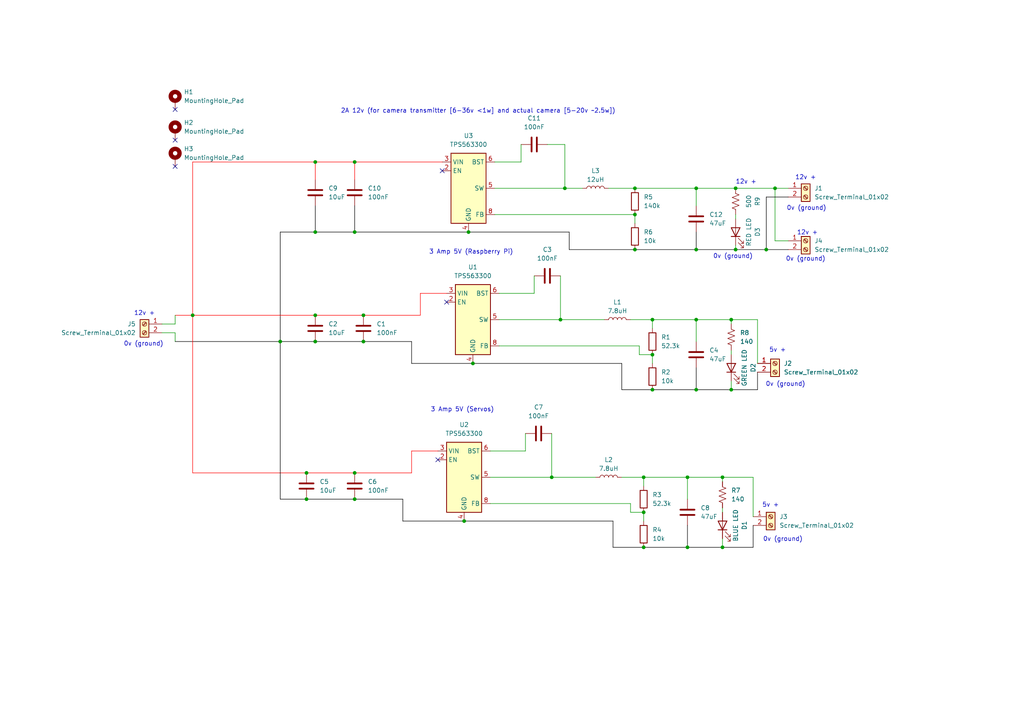
<source format=kicad_sch>
(kicad_sch
	(version 20231120)
	(generator "eeschema")
	(generator_version "8.0")
	(uuid "d57d17ab-494b-4c11-a4da-cdc1a6c16e8e")
	(paper "A4")
	(title_block
		(date "2025-02-13")
		(comment 4 "Contributors: Lucas Lessard, Linus Mitchell, Jackie Li")
	)
	(lib_symbols
		(symbol "Connector:Screw_Terminal_01x02"
			(pin_names
				(offset 1.016) hide)
			(exclude_from_sim no)
			(in_bom yes)
			(on_board yes)
			(property "Reference" "J"
				(at 0 2.54 0)
				(effects
					(font
						(size 1.27 1.27)
					)
				)
			)
			(property "Value" "Screw_Terminal_01x02"
				(at 0 -5.08 0)
				(effects
					(font
						(size 1.27 1.27)
					)
				)
			)
			(property "Footprint" ""
				(at 0 0 0)
				(effects
					(font
						(size 1.27 1.27)
					)
					(hide yes)
				)
			)
			(property "Datasheet" "~"
				(at 0 0 0)
				(effects
					(font
						(size 1.27 1.27)
					)
					(hide yes)
				)
			)
			(property "Description" "Generic screw terminal, single row, 01x02, script generated (kicad-library-utils/schlib/autogen/connector/)"
				(at 0 0 0)
				(effects
					(font
						(size 1.27 1.27)
					)
					(hide yes)
				)
			)
			(property "ki_keywords" "screw terminal"
				(at 0 0 0)
				(effects
					(font
						(size 1.27 1.27)
					)
					(hide yes)
				)
			)
			(property "ki_fp_filters" "TerminalBlock*:*"
				(at 0 0 0)
				(effects
					(font
						(size 1.27 1.27)
					)
					(hide yes)
				)
			)
			(symbol "Screw_Terminal_01x02_1_1"
				(rectangle
					(start -1.27 1.27)
					(end 1.27 -3.81)
					(stroke
						(width 0.254)
						(type default)
					)
					(fill
						(type background)
					)
				)
				(circle
					(center 0 -2.54)
					(radius 0.635)
					(stroke
						(width 0.1524)
						(type default)
					)
					(fill
						(type none)
					)
				)
				(polyline
					(pts
						(xy -0.5334 -2.2098) (xy 0.3302 -3.048)
					)
					(stroke
						(width 0.1524)
						(type default)
					)
					(fill
						(type none)
					)
				)
				(polyline
					(pts
						(xy -0.5334 0.3302) (xy 0.3302 -0.508)
					)
					(stroke
						(width 0.1524)
						(type default)
					)
					(fill
						(type none)
					)
				)
				(polyline
					(pts
						(xy -0.3556 -2.032) (xy 0.508 -2.8702)
					)
					(stroke
						(width 0.1524)
						(type default)
					)
					(fill
						(type none)
					)
				)
				(polyline
					(pts
						(xy -0.3556 0.508) (xy 0.508 -0.3302)
					)
					(stroke
						(width 0.1524)
						(type default)
					)
					(fill
						(type none)
					)
				)
				(circle
					(center 0 0)
					(radius 0.635)
					(stroke
						(width 0.1524)
						(type default)
					)
					(fill
						(type none)
					)
				)
				(pin passive line
					(at -5.08 0 0)
					(length 3.81)
					(name "Pin_1"
						(effects
							(font
								(size 1.27 1.27)
							)
						)
					)
					(number "1"
						(effects
							(font
								(size 1.27 1.27)
							)
						)
					)
				)
				(pin passive line
					(at -5.08 -2.54 0)
					(length 3.81)
					(name "Pin_2"
						(effects
							(font
								(size 1.27 1.27)
							)
						)
					)
					(number "2"
						(effects
							(font
								(size 1.27 1.27)
							)
						)
					)
				)
			)
		)
		(symbol "Device:C"
			(pin_numbers hide)
			(pin_names
				(offset 0.254)
			)
			(exclude_from_sim no)
			(in_bom yes)
			(on_board yes)
			(property "Reference" "C"
				(at 0.635 2.54 0)
				(effects
					(font
						(size 1.27 1.27)
					)
					(justify left)
				)
			)
			(property "Value" "C"
				(at 0.635 -2.54 0)
				(effects
					(font
						(size 1.27 1.27)
					)
					(justify left)
				)
			)
			(property "Footprint" ""
				(at 0.9652 -3.81 0)
				(effects
					(font
						(size 1.27 1.27)
					)
					(hide yes)
				)
			)
			(property "Datasheet" "~"
				(at 0 0 0)
				(effects
					(font
						(size 1.27 1.27)
					)
					(hide yes)
				)
			)
			(property "Description" "Unpolarized capacitor"
				(at 0 0 0)
				(effects
					(font
						(size 1.27 1.27)
					)
					(hide yes)
				)
			)
			(property "ki_keywords" "cap capacitor"
				(at 0 0 0)
				(effects
					(font
						(size 1.27 1.27)
					)
					(hide yes)
				)
			)
			(property "ki_fp_filters" "C_*"
				(at 0 0 0)
				(effects
					(font
						(size 1.27 1.27)
					)
					(hide yes)
				)
			)
			(symbol "C_0_1"
				(polyline
					(pts
						(xy -2.032 -0.762) (xy 2.032 -0.762)
					)
					(stroke
						(width 0.508)
						(type default)
					)
					(fill
						(type none)
					)
				)
				(polyline
					(pts
						(xy -2.032 0.762) (xy 2.032 0.762)
					)
					(stroke
						(width 0.508)
						(type default)
					)
					(fill
						(type none)
					)
				)
			)
			(symbol "C_1_1"
				(pin passive line
					(at 0 3.81 270)
					(length 2.794)
					(name "~"
						(effects
							(font
								(size 1.27 1.27)
							)
						)
					)
					(number "1"
						(effects
							(font
								(size 1.27 1.27)
							)
						)
					)
				)
				(pin passive line
					(at 0 -3.81 90)
					(length 2.794)
					(name "~"
						(effects
							(font
								(size 1.27 1.27)
							)
						)
					)
					(number "2"
						(effects
							(font
								(size 1.27 1.27)
							)
						)
					)
				)
			)
		)
		(symbol "Device:L"
			(pin_numbers hide)
			(pin_names
				(offset 1.016) hide)
			(exclude_from_sim no)
			(in_bom yes)
			(on_board yes)
			(property "Reference" "L"
				(at -1.27 0 90)
				(effects
					(font
						(size 1.27 1.27)
					)
				)
			)
			(property "Value" "L"
				(at 1.905 0 90)
				(effects
					(font
						(size 1.27 1.27)
					)
				)
			)
			(property "Footprint" ""
				(at 0 0 0)
				(effects
					(font
						(size 1.27 1.27)
					)
					(hide yes)
				)
			)
			(property "Datasheet" "~"
				(at 0 0 0)
				(effects
					(font
						(size 1.27 1.27)
					)
					(hide yes)
				)
			)
			(property "Description" "Inductor"
				(at 0 0 0)
				(effects
					(font
						(size 1.27 1.27)
					)
					(hide yes)
				)
			)
			(property "ki_keywords" "inductor choke coil reactor magnetic"
				(at 0 0 0)
				(effects
					(font
						(size 1.27 1.27)
					)
					(hide yes)
				)
			)
			(property "ki_fp_filters" "Choke_* *Coil* Inductor_* L_*"
				(at 0 0 0)
				(effects
					(font
						(size 1.27 1.27)
					)
					(hide yes)
				)
			)
			(symbol "L_0_1"
				(arc
					(start 0 -2.54)
					(mid 0.6323 -1.905)
					(end 0 -1.27)
					(stroke
						(width 0)
						(type default)
					)
					(fill
						(type none)
					)
				)
				(arc
					(start 0 -1.27)
					(mid 0.6323 -0.635)
					(end 0 0)
					(stroke
						(width 0)
						(type default)
					)
					(fill
						(type none)
					)
				)
				(arc
					(start 0 0)
					(mid 0.6323 0.635)
					(end 0 1.27)
					(stroke
						(width 0)
						(type default)
					)
					(fill
						(type none)
					)
				)
				(arc
					(start 0 1.27)
					(mid 0.6323 1.905)
					(end 0 2.54)
					(stroke
						(width 0)
						(type default)
					)
					(fill
						(type none)
					)
				)
			)
			(symbol "L_1_1"
				(pin passive line
					(at 0 3.81 270)
					(length 1.27)
					(name "1"
						(effects
							(font
								(size 1.27 1.27)
							)
						)
					)
					(number "1"
						(effects
							(font
								(size 1.27 1.27)
							)
						)
					)
				)
				(pin passive line
					(at 0 -3.81 90)
					(length 1.27)
					(name "2"
						(effects
							(font
								(size 1.27 1.27)
							)
						)
					)
					(number "2"
						(effects
							(font
								(size 1.27 1.27)
							)
						)
					)
				)
			)
		)
		(symbol "Device:LED"
			(pin_numbers hide)
			(pin_names
				(offset 1.016) hide)
			(exclude_from_sim no)
			(in_bom yes)
			(on_board yes)
			(property "Reference" "D"
				(at 0 2.54 0)
				(effects
					(font
						(size 1.27 1.27)
					)
				)
			)
			(property "Value" "LED"
				(at 0 -2.54 0)
				(effects
					(font
						(size 1.27 1.27)
					)
				)
			)
			(property "Footprint" ""
				(at 0 0 0)
				(effects
					(font
						(size 1.27 1.27)
					)
					(hide yes)
				)
			)
			(property "Datasheet" "~"
				(at 0 0 0)
				(effects
					(font
						(size 1.27 1.27)
					)
					(hide yes)
				)
			)
			(property "Description" "Light emitting diode"
				(at 0 0 0)
				(effects
					(font
						(size 1.27 1.27)
					)
					(hide yes)
				)
			)
			(property "ki_keywords" "LED diode"
				(at 0 0 0)
				(effects
					(font
						(size 1.27 1.27)
					)
					(hide yes)
				)
			)
			(property "ki_fp_filters" "LED* LED_SMD:* LED_THT:*"
				(at 0 0 0)
				(effects
					(font
						(size 1.27 1.27)
					)
					(hide yes)
				)
			)
			(symbol "LED_0_1"
				(polyline
					(pts
						(xy -1.27 -1.27) (xy -1.27 1.27)
					)
					(stroke
						(width 0.254)
						(type default)
					)
					(fill
						(type none)
					)
				)
				(polyline
					(pts
						(xy -1.27 0) (xy 1.27 0)
					)
					(stroke
						(width 0)
						(type default)
					)
					(fill
						(type none)
					)
				)
				(polyline
					(pts
						(xy 1.27 -1.27) (xy 1.27 1.27) (xy -1.27 0) (xy 1.27 -1.27)
					)
					(stroke
						(width 0.254)
						(type default)
					)
					(fill
						(type none)
					)
				)
				(polyline
					(pts
						(xy -3.048 -0.762) (xy -4.572 -2.286) (xy -3.81 -2.286) (xy -4.572 -2.286) (xy -4.572 -1.524)
					)
					(stroke
						(width 0)
						(type default)
					)
					(fill
						(type none)
					)
				)
				(polyline
					(pts
						(xy -1.778 -0.762) (xy -3.302 -2.286) (xy -2.54 -2.286) (xy -3.302 -2.286) (xy -3.302 -1.524)
					)
					(stroke
						(width 0)
						(type default)
					)
					(fill
						(type none)
					)
				)
			)
			(symbol "LED_1_1"
				(pin passive line
					(at -3.81 0 0)
					(length 2.54)
					(name "K"
						(effects
							(font
								(size 1.27 1.27)
							)
						)
					)
					(number "1"
						(effects
							(font
								(size 1.27 1.27)
							)
						)
					)
				)
				(pin passive line
					(at 3.81 0 180)
					(length 2.54)
					(name "A"
						(effects
							(font
								(size 1.27 1.27)
							)
						)
					)
					(number "2"
						(effects
							(font
								(size 1.27 1.27)
							)
						)
					)
				)
			)
		)
		(symbol "Device:R"
			(pin_numbers hide)
			(pin_names
				(offset 0)
			)
			(exclude_from_sim no)
			(in_bom yes)
			(on_board yes)
			(property "Reference" "R"
				(at 2.032 0 90)
				(effects
					(font
						(size 1.27 1.27)
					)
				)
			)
			(property "Value" "R"
				(at 0 0 90)
				(effects
					(font
						(size 1.27 1.27)
					)
				)
			)
			(property "Footprint" ""
				(at -1.778 0 90)
				(effects
					(font
						(size 1.27 1.27)
					)
					(hide yes)
				)
			)
			(property "Datasheet" "~"
				(at 0 0 0)
				(effects
					(font
						(size 1.27 1.27)
					)
					(hide yes)
				)
			)
			(property "Description" "Resistor"
				(at 0 0 0)
				(effects
					(font
						(size 1.27 1.27)
					)
					(hide yes)
				)
			)
			(property "ki_keywords" "R res resistor"
				(at 0 0 0)
				(effects
					(font
						(size 1.27 1.27)
					)
					(hide yes)
				)
			)
			(property "ki_fp_filters" "R_*"
				(at 0 0 0)
				(effects
					(font
						(size 1.27 1.27)
					)
					(hide yes)
				)
			)
			(symbol "R_0_1"
				(rectangle
					(start -1.016 -2.54)
					(end 1.016 2.54)
					(stroke
						(width 0.254)
						(type default)
					)
					(fill
						(type none)
					)
				)
			)
			(symbol "R_1_1"
				(pin passive line
					(at 0 3.81 270)
					(length 1.27)
					(name "~"
						(effects
							(font
								(size 1.27 1.27)
							)
						)
					)
					(number "1"
						(effects
							(font
								(size 1.27 1.27)
							)
						)
					)
				)
				(pin passive line
					(at 0 -3.81 90)
					(length 1.27)
					(name "~"
						(effects
							(font
								(size 1.27 1.27)
							)
						)
					)
					(number "2"
						(effects
							(font
								(size 1.27 1.27)
							)
						)
					)
				)
			)
		)
		(symbol "Device:R_US"
			(pin_numbers hide)
			(pin_names
				(offset 0)
			)
			(exclude_from_sim no)
			(in_bom yes)
			(on_board yes)
			(property "Reference" "R"
				(at 2.54 0 90)
				(effects
					(font
						(size 1.27 1.27)
					)
				)
			)
			(property "Value" "R_US"
				(at -2.54 0 90)
				(effects
					(font
						(size 1.27 1.27)
					)
				)
			)
			(property "Footprint" ""
				(at 1.016 -0.254 90)
				(effects
					(font
						(size 1.27 1.27)
					)
					(hide yes)
				)
			)
			(property "Datasheet" "~"
				(at 0 0 0)
				(effects
					(font
						(size 1.27 1.27)
					)
					(hide yes)
				)
			)
			(property "Description" "Resistor, US symbol"
				(at 0 0 0)
				(effects
					(font
						(size 1.27 1.27)
					)
					(hide yes)
				)
			)
			(property "ki_keywords" "R res resistor"
				(at 0 0 0)
				(effects
					(font
						(size 1.27 1.27)
					)
					(hide yes)
				)
			)
			(property "ki_fp_filters" "R_*"
				(at 0 0 0)
				(effects
					(font
						(size 1.27 1.27)
					)
					(hide yes)
				)
			)
			(symbol "R_US_0_1"
				(polyline
					(pts
						(xy 0 -2.286) (xy 0 -2.54)
					)
					(stroke
						(width 0)
						(type default)
					)
					(fill
						(type none)
					)
				)
				(polyline
					(pts
						(xy 0 2.286) (xy 0 2.54)
					)
					(stroke
						(width 0)
						(type default)
					)
					(fill
						(type none)
					)
				)
				(polyline
					(pts
						(xy 0 -0.762) (xy 1.016 -1.143) (xy 0 -1.524) (xy -1.016 -1.905) (xy 0 -2.286)
					)
					(stroke
						(width 0)
						(type default)
					)
					(fill
						(type none)
					)
				)
				(polyline
					(pts
						(xy 0 0.762) (xy 1.016 0.381) (xy 0 0) (xy -1.016 -0.381) (xy 0 -0.762)
					)
					(stroke
						(width 0)
						(type default)
					)
					(fill
						(type none)
					)
				)
				(polyline
					(pts
						(xy 0 2.286) (xy 1.016 1.905) (xy 0 1.524) (xy -1.016 1.143) (xy 0 0.762)
					)
					(stroke
						(width 0)
						(type default)
					)
					(fill
						(type none)
					)
				)
			)
			(symbol "R_US_1_1"
				(pin passive line
					(at 0 3.81 270)
					(length 1.27)
					(name "~"
						(effects
							(font
								(size 1.27 1.27)
							)
						)
					)
					(number "1"
						(effects
							(font
								(size 1.27 1.27)
							)
						)
					)
				)
				(pin passive line
					(at 0 -3.81 90)
					(length 1.27)
					(name "~"
						(effects
							(font
								(size 1.27 1.27)
							)
						)
					)
					(number "2"
						(effects
							(font
								(size 1.27 1.27)
							)
						)
					)
				)
			)
		)
		(symbol "Mechanical:MountingHole_Pad"
			(pin_numbers hide)
			(pin_names
				(offset 1.016) hide)
			(exclude_from_sim yes)
			(in_bom no)
			(on_board yes)
			(property "Reference" "H"
				(at 0 6.35 0)
				(effects
					(font
						(size 1.27 1.27)
					)
				)
			)
			(property "Value" "MountingHole_Pad"
				(at 0 4.445 0)
				(effects
					(font
						(size 1.27 1.27)
					)
				)
			)
			(property "Footprint" ""
				(at 0 0 0)
				(effects
					(font
						(size 1.27 1.27)
					)
					(hide yes)
				)
			)
			(property "Datasheet" "~"
				(at 0 0 0)
				(effects
					(font
						(size 1.27 1.27)
					)
					(hide yes)
				)
			)
			(property "Description" "Mounting Hole with connection"
				(at 0 0 0)
				(effects
					(font
						(size 1.27 1.27)
					)
					(hide yes)
				)
			)
			(property "ki_keywords" "mounting hole"
				(at 0 0 0)
				(effects
					(font
						(size 1.27 1.27)
					)
					(hide yes)
				)
			)
			(property "ki_fp_filters" "MountingHole*Pad*"
				(at 0 0 0)
				(effects
					(font
						(size 1.27 1.27)
					)
					(hide yes)
				)
			)
			(symbol "MountingHole_Pad_0_1"
				(circle
					(center 0 1.27)
					(radius 1.27)
					(stroke
						(width 1.27)
						(type default)
					)
					(fill
						(type none)
					)
				)
			)
			(symbol "MountingHole_Pad_1_1"
				(pin input line
					(at 0 -2.54 90)
					(length 2.54)
					(name "1"
						(effects
							(font
								(size 1.27 1.27)
							)
						)
					)
					(number "1"
						(effects
							(font
								(size 1.27 1.27)
							)
						)
					)
				)
			)
		)
		(symbol "Regulator_Switching:TPS563300"
			(exclude_from_sim no)
			(in_bom yes)
			(on_board yes)
			(property "Reference" "U"
				(at 0 13.97 0)
				(effects
					(font
						(size 1.27 1.27)
					)
				)
			)
			(property "Value" "TPS563300"
				(at 0 11.43 0)
				(effects
					(font
						(size 1.27 1.27)
					)
				)
			)
			(property "Footprint" "Package_TO_SOT_SMD:SOT-583-8"
				(at 0 -25.4 0)
				(effects
					(font
						(size 1.27 1.27)
					)
					(hide yes)
				)
			)
			(property "Datasheet" "https://www.ti.com/lit/ds/symlink/tps563300.pdf"
				(at 0 -22.86 0)
				(effects
					(font
						(size 1.27 1.27)
					)
					(hide yes)
				)
			)
			(property "Description" "3.8-28V, 3A Synchronous Buck Converters with pulse frequency modulation (PFM), SOT583-8"
				(at 0 0 0)
				(effects
					(font
						(size 1.27 1.27)
					)
					(hide yes)
				)
			)
			(property "ki_keywords" "synchronous buck converter pulse frequency modulation"
				(at 0 0 0)
				(effects
					(font
						(size 1.27 1.27)
					)
					(hide yes)
				)
			)
			(property "ki_fp_filters" "SOT?583*"
				(at 0 0 0)
				(effects
					(font
						(size 1.27 1.27)
					)
					(hide yes)
				)
			)
			(symbol "TPS563300_0_1"
				(rectangle
					(start -5.08 10.16)
					(end 5.08 -10.16)
					(stroke
						(width 0.254)
						(type default)
					)
					(fill
						(type background)
					)
				)
			)
			(symbol "TPS563300_1_1"
				(pin no_connect line
					(at -5.08 -5.08 0)
					(length 2.54) hide
					(name "NC"
						(effects
							(font
								(size 1.27 1.27)
							)
						)
					)
					(number "1"
						(effects
							(font
								(size 1.27 1.27)
							)
						)
					)
				)
				(pin input line
					(at -7.62 5.08 0)
					(length 2.54)
					(name "EN"
						(effects
							(font
								(size 1.27 1.27)
							)
						)
					)
					(number "2"
						(effects
							(font
								(size 1.27 1.27)
							)
						)
					)
				)
				(pin power_in line
					(at -7.62 7.62 0)
					(length 2.54)
					(name "VIN"
						(effects
							(font
								(size 1.27 1.27)
							)
						)
					)
					(number "3"
						(effects
							(font
								(size 1.27 1.27)
							)
						)
					)
				)
				(pin power_in line
					(at 0 -12.7 90)
					(length 2.54)
					(name "GND"
						(effects
							(font
								(size 1.27 1.27)
							)
						)
					)
					(number "4"
						(effects
							(font
								(size 1.27 1.27)
							)
						)
					)
				)
				(pin output line
					(at 7.62 0 180)
					(length 2.54)
					(name "SW"
						(effects
							(font
								(size 1.27 1.27)
							)
						)
					)
					(number "5"
						(effects
							(font
								(size 1.27 1.27)
							)
						)
					)
				)
				(pin passive line
					(at 7.62 7.62 180)
					(length 2.54)
					(name "BST"
						(effects
							(font
								(size 1.27 1.27)
							)
						)
					)
					(number "6"
						(effects
							(font
								(size 1.27 1.27)
							)
						)
					)
				)
				(pin no_connect line
					(at -5.08 -2.54 0)
					(length 2.54) hide
					(name "NC"
						(effects
							(font
								(size 1.27 1.27)
							)
						)
					)
					(number "7"
						(effects
							(font
								(size 1.27 1.27)
							)
						)
					)
				)
				(pin input line
					(at 7.62 -7.62 180)
					(length 2.54)
					(name "FB"
						(effects
							(font
								(size 1.27 1.27)
							)
						)
					)
					(number "8"
						(effects
							(font
								(size 1.27 1.27)
							)
						)
					)
				)
			)
		)
	)
	(junction
		(at 163.83 54.61)
		(diameter 0)
		(color 0 0 0 0)
		(uuid "00b1cdfb-3588-46ba-be68-c76805c0fb4c")
	)
	(junction
		(at 212.09 113.03)
		(diameter 0)
		(color 0 0 0 0)
		(uuid "03310e1f-45fb-4ee2-bf38-2c24550bbb42")
	)
	(junction
		(at 186.69 138.43)
		(diameter 0)
		(color 0 0 0 0)
		(uuid "04e8b746-4ff3-41a6-bc99-ef8230411f4d")
	)
	(junction
		(at 135.89 67.31)
		(diameter 0)
		(color 0 0 0 0)
		(uuid "0560b3df-a131-4e00-9ce5-e803ea101cd7")
	)
	(junction
		(at 213.36 72.39)
		(diameter 0)
		(color 0 0 0 0)
		(uuid "0996612c-555b-4c40-a12e-ccccc5e4b6c3")
	)
	(junction
		(at 189.23 102.87)
		(diameter 0)
		(color 0 0 0 0)
		(uuid "0cc2ddd6-5cd9-4f0b-843a-c3fb8e9377f9")
	)
	(junction
		(at 209.55 138.43)
		(diameter 0)
		(color 0 0 0 0)
		(uuid "0ff7fc02-1964-448d-a170-7635620e2362")
	)
	(junction
		(at 213.36 54.61)
		(diameter 0)
		(color 0 0 0 0)
		(uuid "1195850a-153b-4607-947a-dc6cd7e1635e")
	)
	(junction
		(at 189.23 113.03)
		(diameter 0)
		(color 0 0 0 0)
		(uuid "13322f75-545b-4d4e-99aa-f7bd0832e820")
	)
	(junction
		(at 55.88 91.44)
		(diameter 0)
		(color 0 0 0 0)
		(uuid "16a26e43-d854-4c41-b42c-212b862c8c47")
	)
	(junction
		(at 201.93 113.03)
		(diameter 0)
		(color 0 0 0 0)
		(uuid "250a00c7-58b4-4871-937f-f6e04abf5197")
	)
	(junction
		(at 91.44 67.31)
		(diameter 0)
		(color 0 0 0 0)
		(uuid "26d7cf07-371b-48f1-8f94-030a519e90d5")
	)
	(junction
		(at 199.39 158.75)
		(diameter 0)
		(color 0 0 0 0)
		(uuid "28960254-9fe1-459d-9467-e185dc79bd63")
	)
	(junction
		(at 91.44 91.44)
		(diameter 0)
		(color 0 0 0 0)
		(uuid "33b9f0cf-5ae1-4725-9b56-a9892cd0e291")
	)
	(junction
		(at 105.41 99.06)
		(diameter 0)
		(color 0 0 0 0)
		(uuid "368ef5e2-6721-49e2-8b24-40cf0f3c24ef")
	)
	(junction
		(at 88.9 137.16)
		(diameter 0)
		(color 0 0 0 0)
		(uuid "39f6c3cd-7fca-4b6b-b3c6-a3b15d6efd2f")
	)
	(junction
		(at 81.28 99.06)
		(diameter 0)
		(color 0 0 0 0)
		(uuid "3a1415f6-a1f5-46c8-9148-861b95514444")
	)
	(junction
		(at 186.69 158.75)
		(diameter 0)
		(color 0 0 0 0)
		(uuid "3b732558-960a-4420-ac0c-785f35afe7dd")
	)
	(junction
		(at 222.25 72.39)
		(diameter 0)
		(color 0 0 0 0)
		(uuid "4a41fffc-b0dd-4e54-8f2b-42eb5d4a331b")
	)
	(junction
		(at 160.02 138.43)
		(diameter 0)
		(color 0 0 0 0)
		(uuid "5fea1a93-4b0d-47ef-81d6-a296cb7a6f04")
	)
	(junction
		(at 224.79 54.61)
		(diameter 0)
		(color 0 0 0 0)
		(uuid "6268334c-acad-49ec-bda9-0eda494b6f3a")
	)
	(junction
		(at 184.15 54.61)
		(diameter 0)
		(color 0 0 0 0)
		(uuid "62d86403-2435-4db9-811b-b06fa59fc411")
	)
	(junction
		(at 201.93 54.61)
		(diameter 0)
		(color 0 0 0 0)
		(uuid "6ad9ad96-b35b-4960-8921-825cf4d7f61f")
	)
	(junction
		(at 201.93 92.71)
		(diameter 0)
		(color 0 0 0 0)
		(uuid "7d687a79-dd90-4d90-9181-49fcdab95b69")
	)
	(junction
		(at 184.15 72.39)
		(diameter 0)
		(color 0 0 0 0)
		(uuid "7e748b3d-d7fe-485a-a0bb-03d0b314b655")
	)
	(junction
		(at 137.16 105.41)
		(diameter 0)
		(color 0 0 0 0)
		(uuid "86bb5a59-ef94-42d8-827e-203cc39bd971")
	)
	(junction
		(at 91.44 46.99)
		(diameter 0)
		(color 0 0 0 0)
		(uuid "86d217d4-5346-422d-909d-531647a60234")
	)
	(junction
		(at 105.41 91.44)
		(diameter 0)
		(color 0 0 0 0)
		(uuid "93550c7d-2a9c-428b-83a7-361f9da901d0")
	)
	(junction
		(at 102.87 137.16)
		(diameter 0)
		(color 0 0 0 0)
		(uuid "a4b68287-16fc-40c7-a943-f4cbd9889fbd")
	)
	(junction
		(at 102.87 46.99)
		(diameter 0)
		(color 0 0 0 0)
		(uuid "b2b459a2-65fb-4c17-ac80-35a55d8ecb2c")
	)
	(junction
		(at 102.87 144.78)
		(diameter 0)
		(color 0 0 0 0)
		(uuid "b4431062-7f6f-4bfb-b8fc-4fadaaa3130d")
	)
	(junction
		(at 209.55 158.75)
		(diameter 0)
		(color 0 0 0 0)
		(uuid "b49c0390-9e6e-42c6-9289-f935f194c439")
	)
	(junction
		(at 212.09 92.71)
		(diameter 0)
		(color 0 0 0 0)
		(uuid "b91d2b1f-a773-4a15-893c-9fdcfe33467b")
	)
	(junction
		(at 88.9 144.78)
		(diameter 0)
		(color 0 0 0 0)
		(uuid "c179afab-5fd2-4d40-b5c7-5f33f442e67e")
	)
	(junction
		(at 199.39 138.43)
		(diameter 0)
		(color 0 0 0 0)
		(uuid "d1942afd-98e4-4153-bd99-7082a47ee511")
	)
	(junction
		(at 91.44 99.06)
		(diameter 0)
		(color 0 0 0 0)
		(uuid "d3146c19-e68d-498b-8062-33934ab9cd87")
	)
	(junction
		(at 186.69 148.59)
		(diameter 0)
		(color 0 0 0 0)
		(uuid "d4a546f8-1cde-4f30-bb1a-cf1771cf2a4f")
	)
	(junction
		(at 102.87 67.31)
		(diameter 0)
		(color 0 0 0 0)
		(uuid "df8af293-b5ca-450c-8bbf-6835f793cbb3")
	)
	(junction
		(at 184.15 62.23)
		(diameter 0)
		(color 0 0 0 0)
		(uuid "e0c69554-d72d-4c6d-b73e-ba90fd84cb18")
	)
	(junction
		(at 201.93 72.39)
		(diameter 0)
		(color 0 0 0 0)
		(uuid "e40caf17-452b-4b4f-8622-2b664661b122")
	)
	(junction
		(at 162.56 92.71)
		(diameter 0)
		(color 0 0 0 0)
		(uuid "e50690c7-4fb1-47a7-930e-2cc7912d4525")
	)
	(junction
		(at 189.23 92.71)
		(diameter 0)
		(color 0 0 0 0)
		(uuid "f1c5930c-df53-48e4-bf4e-88fb5444516a")
	)
	(junction
		(at 134.62 151.13)
		(diameter 0)
		(color 0 0 0 0)
		(uuid "f9938dc3-d8a8-4e30-90ae-8c23645974fb")
	)
	(no_connect
		(at 50.8 48.26)
		(uuid "3325ae51-ed70-4d72-bb31-b035aaa352ed")
	)
	(no_connect
		(at 50.8 31.75)
		(uuid "b1c2d339-413b-4902-a723-cc244a754e3c")
	)
	(no_connect
		(at 127 133.35)
		(uuid "b8f30601-4717-445f-a8b6-db8363cd163e")
	)
	(no_connect
		(at 128.27 49.53)
		(uuid "bbb4cfa9-dcb3-4082-891a-19ac90509082")
	)
	(no_connect
		(at 50.8 40.64)
		(uuid "e96aac04-cf32-42b3-8197-8a842c179f58")
	)
	(no_connect
		(at 129.54 87.63)
		(uuid "f06d868e-c6f2-436a-996e-cc1156115e37")
	)
	(wire
		(pts
			(xy 209.55 138.43) (xy 209.55 139.7)
		)
		(stroke
			(width 0)
			(type default)
		)
		(uuid "0008668d-a574-43cc-981a-4e98e0240479")
	)
	(wire
		(pts
			(xy 116.84 144.78) (xy 116.84 151.13)
		)
		(stroke
			(width 0)
			(type default)
			(color 0 0 0 1)
		)
		(uuid "0254a94b-2535-456a-8531-cb5ae3590618")
	)
	(wire
		(pts
			(xy 209.55 156.21) (xy 209.55 158.75)
		)
		(stroke
			(width 0)
			(type default)
		)
		(uuid "037d8d36-e2e2-463e-89dd-b4a49d00e5eb")
	)
	(wire
		(pts
			(xy 162.56 92.71) (xy 175.26 92.71)
		)
		(stroke
			(width 0)
			(type default)
		)
		(uuid "0487d633-8a7e-4aee-be13-45cd5e497d8f")
	)
	(wire
		(pts
			(xy 213.36 54.61) (xy 224.79 54.61)
		)
		(stroke
			(width 0)
			(type default)
		)
		(uuid "0675b9c4-b89d-45c8-9e37-e475157b5dcf")
	)
	(wire
		(pts
			(xy 143.51 54.61) (xy 163.83 54.61)
		)
		(stroke
			(width 0)
			(type default)
		)
		(uuid "08b6177e-bcd8-47e7-859a-cdeea1da9513")
	)
	(wire
		(pts
			(xy 128.27 46.99) (xy 102.87 46.99)
		)
		(stroke
			(width 0)
			(type default)
			(color 255 0 0 1)
		)
		(uuid "0ad5f637-ea42-41ae-8cef-787d08611adb")
	)
	(wire
		(pts
			(xy 81.28 67.31) (xy 81.28 99.06)
		)
		(stroke
			(width 0)
			(type default)
			(color 0 0 0 1)
		)
		(uuid "0e7b75ce-4edf-4b73-930a-3b1c242db1a7")
	)
	(wire
		(pts
			(xy 212.09 113.03) (xy 219.71 113.03)
		)
		(stroke
			(width 0)
			(type default)
			(color 0 0 0 1)
		)
		(uuid "104cc914-037b-4c55-a41b-a2c28d83cbbb")
	)
	(wire
		(pts
			(xy 119.38 137.16) (xy 119.38 130.81)
		)
		(stroke
			(width 0)
			(type default)
			(color 255 0 0 1)
		)
		(uuid "10e0d9d2-e17e-4a3c-af24-07db8464d770")
	)
	(wire
		(pts
			(xy 189.23 113.03) (xy 201.93 113.03)
		)
		(stroke
			(width 0)
			(type default)
			(color 0 0 0 1)
		)
		(uuid "13d1ef31-c42d-4d78-b191-2eeefe824816")
	)
	(wire
		(pts
			(xy 143.51 46.99) (xy 151.13 46.99)
		)
		(stroke
			(width 0)
			(type default)
		)
		(uuid "16f44a71-1458-4457-a6b4-5099693f4ff8")
	)
	(wire
		(pts
			(xy 182.88 92.71) (xy 189.23 92.71)
		)
		(stroke
			(width 0)
			(type default)
		)
		(uuid "16f938eb-da48-4027-9622-6353f9e28a14")
	)
	(wire
		(pts
			(xy 105.41 91.44) (xy 121.92 91.44)
		)
		(stroke
			(width 0)
			(type default)
			(color 255 0 0 1)
		)
		(uuid "199f3434-2338-4f14-ab4b-4ce662781ced")
	)
	(wire
		(pts
			(xy 144.78 85.09) (xy 154.94 85.09)
		)
		(stroke
			(width 0)
			(type default)
		)
		(uuid "1a969c91-49f3-4fba-a63e-4c2ce9df43a4")
	)
	(wire
		(pts
			(xy 137.16 105.41) (xy 180.34 105.41)
		)
		(stroke
			(width 0)
			(type default)
			(color 0 0 0 1)
		)
		(uuid "1ba408f7-adea-4f0d-952e-3a43f8b56c83")
	)
	(wire
		(pts
			(xy 163.83 54.61) (xy 168.91 54.61)
		)
		(stroke
			(width 0)
			(type default)
		)
		(uuid "1ddc5f7c-c206-4057-84bb-d22d6f801819")
	)
	(wire
		(pts
			(xy 201.93 72.39) (xy 213.36 72.39)
		)
		(stroke
			(width 0)
			(type default)
			(color 0 0 0 1)
		)
		(uuid "20028633-d8f7-4556-900f-70bfe8c7586c")
	)
	(wire
		(pts
			(xy 201.93 67.31) (xy 201.93 72.39)
		)
		(stroke
			(width 0)
			(type default)
			(color 0 0 0 1)
		)
		(uuid "22e22b6c-2409-4198-a3ef-295502eccc9d")
	)
	(wire
		(pts
			(xy 177.8 158.75) (xy 186.69 158.75)
		)
		(stroke
			(width 0)
			(type default)
			(color 0 0 0 1)
		)
		(uuid "23c0c066-7dda-490e-a0a0-911f3e561e38")
	)
	(wire
		(pts
			(xy 222.25 72.39) (xy 228.6 72.39)
		)
		(stroke
			(width 0)
			(type default)
			(color 0 0 0 1)
		)
		(uuid "24fa1675-6555-4a3c-8baa-e771f23e1097")
	)
	(wire
		(pts
			(xy 50.8 99.06) (xy 81.28 99.06)
		)
		(stroke
			(width 0)
			(type default)
			(color 0 0 0 1)
		)
		(uuid "2b24169e-83f2-4abd-b4f4-978e3f2da1f3")
	)
	(wire
		(pts
			(xy 81.28 144.78) (xy 88.9 144.78)
		)
		(stroke
			(width 0)
			(type default)
			(color 0 0 0 1)
		)
		(uuid "2c4e9cbc-bc86-4a1e-8b6b-76befedf7bc9")
	)
	(wire
		(pts
			(xy 81.28 99.06) (xy 91.44 99.06)
		)
		(stroke
			(width 0)
			(type default)
			(color 0 0 0 1)
		)
		(uuid "32cc1454-85b4-428b-aefa-4cbd881ab798")
	)
	(wire
		(pts
			(xy 158.75 41.91) (xy 163.83 41.91)
		)
		(stroke
			(width 0)
			(type default)
		)
		(uuid "407d99b6-e2a1-48ee-ae30-5d27e70eefcf")
	)
	(wire
		(pts
			(xy 209.55 147.32) (xy 209.55 148.59)
		)
		(stroke
			(width 0)
			(type default)
		)
		(uuid "4096441a-13b2-48bf-a539-1166e8763f3c")
	)
	(wire
		(pts
			(xy 81.28 67.31) (xy 91.44 67.31)
		)
		(stroke
			(width 0)
			(type default)
			(color 0 0 0 1)
		)
		(uuid "49f4a340-d239-4e2c-ae73-0843382d2fff")
	)
	(wire
		(pts
			(xy 102.87 46.99) (xy 91.44 46.99)
		)
		(stroke
			(width 0)
			(type default)
			(color 255 0 0 1)
		)
		(uuid "49fcacc7-c473-40b9-a2bc-8668b36caa79")
	)
	(wire
		(pts
			(xy 185.42 100.33) (xy 185.42 102.87)
		)
		(stroke
			(width 0)
			(type default)
		)
		(uuid "4b679983-d237-4a1a-964f-0867a7b080e9")
	)
	(wire
		(pts
			(xy 102.87 59.69) (xy 102.87 67.31)
		)
		(stroke
			(width 0)
			(type default)
			(color 0 0 0 1)
		)
		(uuid "4e535767-cc97-4abf-b183-03b6f397eac6")
	)
	(wire
		(pts
			(xy 160.02 138.43) (xy 172.72 138.43)
		)
		(stroke
			(width 0)
			(type default)
		)
		(uuid "4ea51b51-b5a3-4459-b0e1-44a090d4fd7b")
	)
	(wire
		(pts
			(xy 91.44 99.06) (xy 105.41 99.06)
		)
		(stroke
			(width 0)
			(type default)
			(color 0 0 0 1)
		)
		(uuid "4f7a3cc8-1915-47ee-af02-13f27e8f2dfd")
	)
	(wire
		(pts
			(xy 144.78 92.71) (xy 162.56 92.71)
		)
		(stroke
			(width 0)
			(type default)
		)
		(uuid "4f855ea6-e41b-4f10-9e4e-5c788d880191")
	)
	(wire
		(pts
			(xy 222.25 72.39) (xy 222.25 57.15)
		)
		(stroke
			(width 0)
			(type default)
			(color 0 0 0 1)
		)
		(uuid "50b7df03-26e6-45cd-9c84-0e5889a8763d")
	)
	(wire
		(pts
			(xy 152.4 130.81) (xy 152.4 125.73)
		)
		(stroke
			(width 0)
			(type default)
		)
		(uuid "55daa9ae-4462-429e-80e0-52ccbbab86c1")
	)
	(wire
		(pts
			(xy 162.56 92.71) (xy 162.56 80.01)
		)
		(stroke
			(width 0)
			(type default)
		)
		(uuid "56d61d2c-7926-4337-b61f-98ea6d4cb829")
	)
	(wire
		(pts
			(xy 201.93 113.03) (xy 212.09 113.03)
		)
		(stroke
			(width 0)
			(type default)
			(color 0 0 0 1)
		)
		(uuid "580fb109-76ea-4ee4-9e56-d85fec9bebfb")
	)
	(wire
		(pts
			(xy 218.44 152.4) (xy 218.44 158.75)
		)
		(stroke
			(width 0)
			(type default)
			(color 0 0 0 1)
		)
		(uuid "598ef81f-35ff-415d-86d1-c7a84e056b68")
	)
	(wire
		(pts
			(xy 88.9 137.16) (xy 102.87 137.16)
		)
		(stroke
			(width 0)
			(type default)
			(color 255 0 0 1)
		)
		(uuid "59a41167-fab0-421f-a3e1-f1a003e7158d")
	)
	(wire
		(pts
			(xy 55.88 91.44) (xy 55.88 137.16)
		)
		(stroke
			(width 0)
			(type default)
			(color 255 0 0 1)
		)
		(uuid "5c34a7e2-67f7-4d7b-bf71-1aaefc9a805f")
	)
	(wire
		(pts
			(xy 201.93 106.68) (xy 201.93 113.03)
		)
		(stroke
			(width 0)
			(type default)
			(color 0 0 0 1)
		)
		(uuid "5ec076cb-8968-4941-a33b-2558289da106")
	)
	(wire
		(pts
			(xy 199.39 138.43) (xy 199.39 144.78)
		)
		(stroke
			(width 0)
			(type default)
		)
		(uuid "5f1df33b-950e-41ff-a93a-a46b94dd98a7")
	)
	(wire
		(pts
			(xy 142.24 138.43) (xy 160.02 138.43)
		)
		(stroke
			(width 0)
			(type default)
		)
		(uuid "62062644-c1fc-439a-abc7-60cd45569c0f")
	)
	(wire
		(pts
			(xy 165.1 67.31) (xy 135.89 67.31)
		)
		(stroke
			(width 0)
			(type default)
			(color 0 0 0 1)
		)
		(uuid "6224c884-220d-4d97-9901-2a9525658088")
	)
	(wire
		(pts
			(xy 55.88 91.44) (xy 55.88 46.99)
		)
		(stroke
			(width 0)
			(type default)
			(color 255 0 0 1)
		)
		(uuid "638db10e-b733-4ea1-aae1-20dbc1cc1ae2")
	)
	(wire
		(pts
			(xy 228.6 69.85) (xy 224.79 69.85)
		)
		(stroke
			(width 0)
			(type default)
		)
		(uuid "64487feb-1ab5-438f-bbd0-1a90a1ee7895")
	)
	(wire
		(pts
			(xy 186.69 158.75) (xy 199.39 158.75)
		)
		(stroke
			(width 0)
			(type default)
			(color 0 0 0 1)
		)
		(uuid "65c2f308-f74d-406f-bf59-863b3090d08c")
	)
	(wire
		(pts
			(xy 46.99 96.52) (xy 50.8 96.52)
		)
		(stroke
			(width 0)
			(type default)
		)
		(uuid "672e052e-d310-43e6-aa44-3943a57aae2d")
	)
	(wire
		(pts
			(xy 91.44 91.44) (xy 105.41 91.44)
		)
		(stroke
			(width 0)
			(type default)
			(color 255 0 0 1)
		)
		(uuid "68942ba7-686a-4a02-ab28-6defcc876119")
	)
	(wire
		(pts
			(xy 119.38 99.06) (xy 119.38 105.41)
		)
		(stroke
			(width 0)
			(type default)
			(color 0 0 0 1)
		)
		(uuid "6a242694-bb4e-47ad-b2d0-15bf3989f0ed")
	)
	(wire
		(pts
			(xy 144.78 100.33) (xy 185.42 100.33)
		)
		(stroke
			(width 0)
			(type default)
		)
		(uuid "6c4f68d4-4d81-4423-9ace-bca86f73ac24")
	)
	(wire
		(pts
			(xy 212.09 92.71) (xy 219.71 92.71)
		)
		(stroke
			(width 0)
			(type default)
		)
		(uuid "6ded207a-e54f-40df-a667-e90d5f37fdab")
	)
	(wire
		(pts
			(xy 143.51 62.23) (xy 184.15 62.23)
		)
		(stroke
			(width 0)
			(type default)
		)
		(uuid "710ef825-8013-4567-ba7b-c11d8f7e7fe4")
	)
	(wire
		(pts
			(xy 119.38 130.81) (xy 127 130.81)
		)
		(stroke
			(width 0)
			(type default)
			(color 255 0 0 1)
		)
		(uuid "72d465f4-cdea-4ee5-94b1-4503a0aa5226")
	)
	(wire
		(pts
			(xy 105.41 99.06) (xy 119.38 99.06)
		)
		(stroke
			(width 0)
			(type default)
			(color 0 0 0 1)
		)
		(uuid "74ccb234-22c2-4447-96cb-73efcd247982")
	)
	(wire
		(pts
			(xy 201.93 54.61) (xy 213.36 54.61)
		)
		(stroke
			(width 0)
			(type default)
		)
		(uuid "759b4d8b-5ee9-49a4-9b8a-c7b77ca0be3d")
	)
	(wire
		(pts
			(xy 151.13 46.99) (xy 151.13 41.91)
		)
		(stroke
			(width 0)
			(type default)
		)
		(uuid "77185355-ae06-4b15-a072-5d8aa45ba96d")
	)
	(wire
		(pts
			(xy 186.69 148.59) (xy 186.69 151.13)
		)
		(stroke
			(width 0)
			(type default)
		)
		(uuid "794a91ee-d615-41d2-8db7-20fc4bf92eb1")
	)
	(wire
		(pts
			(xy 50.8 93.98) (xy 50.8 91.44)
		)
		(stroke
			(width 0)
			(type default)
		)
		(uuid "794e5ea9-3b76-478f-b593-62d5d7270a1d")
	)
	(wire
		(pts
			(xy 189.23 92.71) (xy 201.93 92.71)
		)
		(stroke
			(width 0)
			(type default)
		)
		(uuid "79f6eb85-a4fa-431b-99cb-f878e4f8db48")
	)
	(wire
		(pts
			(xy 199.39 158.75) (xy 209.55 158.75)
		)
		(stroke
			(width 0)
			(type default)
			(color 0 0 0 1)
		)
		(uuid "7a1a3c33-002e-472b-9053-0c4087e648f1")
	)
	(wire
		(pts
			(xy 50.8 91.44) (xy 55.88 91.44)
		)
		(stroke
			(width 0)
			(type default)
			(color 255 0 0 1)
		)
		(uuid "7a93246d-ffba-4330-add6-2fbdddd78f92")
	)
	(wire
		(pts
			(xy 142.24 130.81) (xy 152.4 130.81)
		)
		(stroke
			(width 0)
			(type default)
		)
		(uuid "809cf825-b234-48bb-9d12-2d19e8dccc85")
	)
	(wire
		(pts
			(xy 142.24 146.05) (xy 182.88 146.05)
		)
		(stroke
			(width 0)
			(type default)
		)
		(uuid "81bf0c9d-928d-406b-9e47-d134f20d00a0")
	)
	(wire
		(pts
			(xy 102.87 67.31) (xy 135.89 67.31)
		)
		(stroke
			(width 0)
			(type default)
			(color 0 0 0 1)
		)
		(uuid "854be63b-b208-4263-8091-a626de2f0536")
	)
	(wire
		(pts
			(xy 176.53 54.61) (xy 184.15 54.61)
		)
		(stroke
			(width 0)
			(type default)
		)
		(uuid "8619db49-2ad2-4dd5-ae84-2d41643fd692")
	)
	(wire
		(pts
			(xy 102.87 144.78) (xy 116.84 144.78)
		)
		(stroke
			(width 0)
			(type default)
			(color 0 0 0 1)
		)
		(uuid "8c185e8d-febb-4b69-a8c2-d3297d07230d")
	)
	(wire
		(pts
			(xy 186.69 138.43) (xy 199.39 138.43)
		)
		(stroke
			(width 0)
			(type default)
		)
		(uuid "8d1a8601-c936-407b-a22a-647ff5b24ab0")
	)
	(wire
		(pts
			(xy 81.28 99.06) (xy 81.28 144.78)
		)
		(stroke
			(width 0)
			(type default)
			(color 0 0 0 1)
		)
		(uuid "90182023-7cdb-4e1d-9c3d-278e559145ae")
	)
	(wire
		(pts
			(xy 180.34 138.43) (xy 186.69 138.43)
		)
		(stroke
			(width 0)
			(type default)
		)
		(uuid "9096df71-4b96-42d2-bbd1-e81387d7e1c8")
	)
	(wire
		(pts
			(xy 184.15 72.39) (xy 201.93 72.39)
		)
		(stroke
			(width 0)
			(type default)
			(color 0 0 0 1)
		)
		(uuid "950661c6-5516-41d2-ad4e-197fbebee56d")
	)
	(wire
		(pts
			(xy 46.99 93.98) (xy 50.8 93.98)
		)
		(stroke
			(width 0)
			(type default)
		)
		(uuid "968cc621-8678-4913-8a3f-b86ec1c1567d")
	)
	(wire
		(pts
			(xy 180.34 113.03) (xy 189.23 113.03)
		)
		(stroke
			(width 0)
			(type default)
			(color 0 0 0 1)
		)
		(uuid "98cdd0ea-8e3d-45bd-8b80-b20b46237b9e")
	)
	(wire
		(pts
			(xy 222.25 57.15) (xy 228.6 57.15)
		)
		(stroke
			(width 0)
			(type default)
			(color 0 0 0 1)
		)
		(uuid "9a80a3cd-60a0-4102-8458-cf209dfd5d20")
	)
	(wire
		(pts
			(xy 55.88 91.44) (xy 91.44 91.44)
		)
		(stroke
			(width 0)
			(type default)
			(color 255 0 0 1)
		)
		(uuid "9d216d63-bce8-4976-8e58-2441d2d9b507")
	)
	(wire
		(pts
			(xy 189.23 102.87) (xy 189.23 105.41)
		)
		(stroke
			(width 0)
			(type default)
		)
		(uuid "a4917f0b-cbba-43f5-b8d1-857a49df1b1f")
	)
	(wire
		(pts
			(xy 219.71 107.95) (xy 219.71 113.03)
		)
		(stroke
			(width 0)
			(type default)
			(color 0 0 0 1)
		)
		(uuid "a4c3e3c1-d89d-4e13-b5fa-a15a65fd24b1")
	)
	(wire
		(pts
			(xy 182.88 146.05) (xy 182.88 148.59)
		)
		(stroke
			(width 0)
			(type default)
		)
		(uuid "a5199bb5-db86-4425-9888-36cc2ddb5ca1")
	)
	(wire
		(pts
			(xy 199.39 138.43) (xy 209.55 138.43)
		)
		(stroke
			(width 0)
			(type default)
		)
		(uuid "a5a507bd-078e-42b5-8c0e-9c736d3fb767")
	)
	(wire
		(pts
			(xy 184.15 62.23) (xy 184.15 64.77)
		)
		(stroke
			(width 0)
			(type default)
		)
		(uuid "a71eee83-bf12-4acf-8588-05fd217a6a8f")
	)
	(wire
		(pts
			(xy 201.93 92.71) (xy 201.93 99.06)
		)
		(stroke
			(width 0)
			(type default)
		)
		(uuid "ac2bf1db-7f47-40c7-8a54-055135fb4f14")
	)
	(wire
		(pts
			(xy 218.44 138.43) (xy 218.44 149.86)
		)
		(stroke
			(width 0)
			(type default)
		)
		(uuid "adc45d5b-4614-42da-a594-e41760ab334a")
	)
	(wire
		(pts
			(xy 102.87 46.99) (xy 102.87 52.07)
		)
		(stroke
			(width 0)
			(type default)
			(color 255 0 0 1)
		)
		(uuid "ae058f1d-668f-4ecb-aee3-7b8d6cc6ef66")
	)
	(wire
		(pts
			(xy 165.1 72.39) (xy 165.1 67.31)
		)
		(stroke
			(width 0)
			(type default)
			(color 0 0 0 1)
		)
		(uuid "afab86eb-3d56-4afa-9e49-bc93026e3843")
	)
	(wire
		(pts
			(xy 212.09 110.49) (xy 212.09 113.03)
		)
		(stroke
			(width 0)
			(type default)
		)
		(uuid "aff0b128-65fc-4b53-ae54-4a2c3b08f71a")
	)
	(wire
		(pts
			(xy 184.15 54.61) (xy 201.93 54.61)
		)
		(stroke
			(width 0)
			(type default)
		)
		(uuid "b02d38dc-d972-4267-8dd2-78fd4b34fb92")
	)
	(wire
		(pts
			(xy 182.88 148.59) (xy 186.69 148.59)
		)
		(stroke
			(width 0)
			(type default)
		)
		(uuid "b1736222-27cc-45e8-8e27-92cd0bd82b6d")
	)
	(wire
		(pts
			(xy 201.93 54.61) (xy 201.93 59.69)
		)
		(stroke
			(width 0)
			(type default)
		)
		(uuid "b6f62132-3d03-4918-8a06-fd7f038c6597")
	)
	(wire
		(pts
			(xy 209.55 138.43) (xy 218.44 138.43)
		)
		(stroke
			(width 0)
			(type default)
		)
		(uuid "b8253292-572b-4203-abca-fda51e0b5ab5")
	)
	(wire
		(pts
			(xy 102.87 137.16) (xy 119.38 137.16)
		)
		(stroke
			(width 0)
			(type default)
			(color 255 0 0 1)
		)
		(uuid "b85eee83-e43a-4c5d-bdd5-a7891c2dda47")
	)
	(wire
		(pts
			(xy 163.83 41.91) (xy 163.83 54.61)
		)
		(stroke
			(width 0)
			(type default)
		)
		(uuid "b94c731f-0191-449c-b893-fdd4a14a7de9")
	)
	(wire
		(pts
			(xy 224.79 54.61) (xy 228.6 54.61)
		)
		(stroke
			(width 0)
			(type default)
		)
		(uuid "baff853f-1ed8-4eaf-9c7f-939eaf9a3b46")
	)
	(wire
		(pts
			(xy 177.8 151.13) (xy 177.8 158.75)
		)
		(stroke
			(width 0)
			(type default)
			(color 0 0 0 1)
		)
		(uuid "bdc7364b-8495-4628-8708-210c956b0d37")
	)
	(wire
		(pts
			(xy 213.36 71.12) (xy 213.36 72.39)
		)
		(stroke
			(width 0)
			(type default)
		)
		(uuid "c11713c7-3736-4e1c-b23e-414c59040576")
	)
	(wire
		(pts
			(xy 213.36 72.39) (xy 222.25 72.39)
		)
		(stroke
			(width 0)
			(type default)
			(color 0 0 0 1)
		)
		(uuid "c23b4349-1bec-48ac-968a-e40857d59a13")
	)
	(wire
		(pts
			(xy 185.42 102.87) (xy 189.23 102.87)
		)
		(stroke
			(width 0)
			(type default)
		)
		(uuid "c2ae19d8-f2b0-40ee-ab35-088fedcf5f2c")
	)
	(wire
		(pts
			(xy 212.09 92.71) (xy 212.09 93.98)
		)
		(stroke
			(width 0)
			(type default)
		)
		(uuid "c7d40ccb-5bd5-465b-8c3e-1ef612f01fd6")
	)
	(wire
		(pts
			(xy 91.44 67.31) (xy 102.87 67.31)
		)
		(stroke
			(width 0)
			(type default)
			(color 0 0 0 1)
		)
		(uuid "c8a46560-6c11-4fe9-aaa4-800a92218771")
	)
	(wire
		(pts
			(xy 88.9 144.78) (xy 102.87 144.78)
		)
		(stroke
			(width 0)
			(type default)
			(color 0 0 0 1)
		)
		(uuid "ca39a1b5-86fa-49e3-8d8f-187602d3f29f")
	)
	(wire
		(pts
			(xy 119.38 105.41) (xy 137.16 105.41)
		)
		(stroke
			(width 0)
			(type default)
			(color 0 0 0 1)
		)
		(uuid "cf41d257-9688-4341-b03d-9e7514b3fb7c")
	)
	(wire
		(pts
			(xy 224.79 69.85) (xy 224.79 54.61)
		)
		(stroke
			(width 0)
			(type default)
		)
		(uuid "d255221a-36c8-4e5e-943e-6b429805cf2e")
	)
	(wire
		(pts
			(xy 134.62 151.13) (xy 177.8 151.13)
		)
		(stroke
			(width 0)
			(type default)
			(color 0 0 0 1)
		)
		(uuid "d5cbd6c2-4ef4-4ec8-9ca3-56c120060220")
	)
	(wire
		(pts
			(xy 219.71 92.71) (xy 219.71 105.41)
		)
		(stroke
			(width 0)
			(type default)
		)
		(uuid "d99e72a6-b30b-4613-b800-c7d134e129c2")
	)
	(wire
		(pts
			(xy 209.55 158.75) (xy 218.44 158.75)
		)
		(stroke
			(width 0)
			(type default)
			(color 0 0 0 1)
		)
		(uuid "da18d239-a12c-4670-a16c-ee1eef2a0ce0")
	)
	(wire
		(pts
			(xy 160.02 138.43) (xy 160.02 125.73)
		)
		(stroke
			(width 0)
			(type default)
		)
		(uuid "dca08588-51ec-4360-bb8f-c4d3cb00bea6")
	)
	(wire
		(pts
			(xy 121.92 91.44) (xy 121.92 85.09)
		)
		(stroke
			(width 0)
			(type default)
			(color 255 0 0 1)
		)
		(uuid "e1e86a54-bc4d-4858-b251-a0e002ba8587")
	)
	(wire
		(pts
			(xy 121.92 85.09) (xy 129.54 85.09)
		)
		(stroke
			(width 0)
			(type default)
			(color 255 0 0 1)
		)
		(uuid "e2a049f6-ef3c-4c90-a173-d51e9f200e81")
	)
	(wire
		(pts
			(xy 186.69 140.97) (xy 186.69 138.43)
		)
		(stroke
			(width 0)
			(type default)
		)
		(uuid "e39bec9a-1232-40de-95df-571cd70bbf38")
	)
	(wire
		(pts
			(xy 55.88 46.99) (xy 91.44 46.99)
		)
		(stroke
			(width 0)
			(type default)
			(color 255 0 0 1)
		)
		(uuid "e7e73876-d866-4ce2-ba88-f2c3d47794b0")
	)
	(wire
		(pts
			(xy 201.93 92.71) (xy 212.09 92.71)
		)
		(stroke
			(width 0)
			(type default)
		)
		(uuid "ea8ff75f-53fc-4cb5-bf8a-9308bcaa8e8d")
	)
	(wire
		(pts
			(xy 154.94 85.09) (xy 154.94 80.01)
		)
		(stroke
			(width 0)
			(type default)
		)
		(uuid "ede4753c-a2db-4559-ba21-771207b79b88")
	)
	(wire
		(pts
			(xy 189.23 95.25) (xy 189.23 92.71)
		)
		(stroke
			(width 0)
			(type default)
		)
		(uuid "ee6dc07b-0c6e-4b06-a533-269cbb3addc9")
	)
	(wire
		(pts
			(xy 91.44 46.99) (xy 91.44 52.07)
		)
		(stroke
			(width 0)
			(type default)
			(color 255 0 0 1)
		)
		(uuid "f02189e1-3d28-4869-b805-0488752ae1b5")
	)
	(wire
		(pts
			(xy 180.34 105.41) (xy 180.34 113.03)
		)
		(stroke
			(width 0)
			(type default)
			(color 0 0 0 1)
		)
		(uuid "f05574b0-7d57-4fb2-986a-a6499dae180a")
	)
	(wire
		(pts
			(xy 88.9 137.16) (xy 55.88 137.16)
		)
		(stroke
			(width 0)
			(type default)
			(color 255 0 0 1)
		)
		(uuid "f49c36fe-7753-4946-8e9b-3d33f1d47bb6")
	)
	(wire
		(pts
			(xy 116.84 151.13) (xy 134.62 151.13)
		)
		(stroke
			(width 0)
			(type default)
			(color 0 0 0 1)
		)
		(uuid "f5cd130d-a94c-4e92-a949-0d3625d73364")
	)
	(wire
		(pts
			(xy 213.36 62.23) (xy 213.36 63.5)
		)
		(stroke
			(width 0)
			(type default)
		)
		(uuid "f75e2583-daa6-4478-9c85-0e2771c5295d")
	)
	(wire
		(pts
			(xy 50.8 96.52) (xy 50.8 99.06)
		)
		(stroke
			(width 0)
			(type default)
		)
		(uuid "f7eab6ff-192d-4f77-9d7d-c3fa6d9e8a0a")
	)
	(wire
		(pts
			(xy 212.09 101.6) (xy 212.09 102.87)
		)
		(stroke
			(width 0)
			(type default)
		)
		(uuid "f923bb6a-7f83-4815-9f64-bd85541d72f9")
	)
	(wire
		(pts
			(xy 184.15 72.39) (xy 165.1 72.39)
		)
		(stroke
			(width 0)
			(type default)
			(color 0 0 0 1)
		)
		(uuid "fa3c4ebc-3154-41b4-b4a2-71b64f1d8dec")
	)
	(wire
		(pts
			(xy 199.39 152.4) (xy 199.39 158.75)
		)
		(stroke
			(width 0)
			(type default)
			(color 0 0 0 1)
		)
		(uuid "fc5eb6e4-9fcb-4297-8ad0-f46a8c498ddd")
	)
	(wire
		(pts
			(xy 91.44 59.69) (xy 91.44 67.31)
		)
		(stroke
			(width 0)
			(type default)
			(color 0 0 0 1)
		)
		(uuid "fea5ccf7-f39f-42db-9560-e5afcc0d63a4")
	)
	(text "0v (ground)"
		(exclude_from_sim no)
		(at 227.838 111.506 0)
		(effects
			(font
				(size 1.27 1.27)
			)
		)
		(uuid "036493e6-be4f-4ba3-8035-72fd21388331")
	)
	(text "12v +\n"
		(exclude_from_sim no)
		(at 233.68 51.562 0)
		(effects
			(font
				(size 1.27 1.27)
			)
		)
		(uuid "11c00a1c-4c25-4fef-8d15-a34b738d2069")
	)
	(text "0v (ground)"
		(exclude_from_sim no)
		(at 233.934 60.452 0)
		(effects
			(font
				(size 1.27 1.27)
			)
		)
		(uuid "1b3fa17e-ed66-4df7-8d3b-97c778c8d60e")
	)
	(text "0v (ground)"
		(exclude_from_sim no)
		(at 41.656 99.822 0)
		(effects
			(font
				(size 1.27 1.27)
			)
		)
		(uuid "2718732f-6cb0-421a-92b8-3dfa265d9712")
	)
	(text "3 Amp 5V (Raspberry Pi)"
		(exclude_from_sim no)
		(at 136.652 73.152 0)
		(effects
			(font
				(size 1.27 1.27)
			)
		)
		(uuid "2b5dbf3c-ef91-4e3b-91d8-b95a66d3608a")
	)
	(text "12v +\n"
		(exclude_from_sim no)
		(at 41.91 90.932 0)
		(effects
			(font
				(size 1.27 1.27)
			)
		)
		(uuid "2e014a01-e9d1-4232-a6c2-6782718a8261")
	)
	(text "12v +\n"
		(exclude_from_sim no)
		(at 234.188 67.564 0)
		(effects
			(font
				(size 1.27 1.27)
			)
		)
		(uuid "3a62382e-6216-475f-b157-5867c5dc0997")
	)
	(text "5v +"
		(exclude_from_sim no)
		(at 225.552 101.6 0)
		(effects
			(font
				(size 1.27 1.27)
			)
		)
		(uuid "5670befb-5999-487f-8625-0a5b785512db")
	)
	(text "3 Amp 5V (Servos)"
		(exclude_from_sim no)
		(at 134.112 118.872 0)
		(effects
			(font
				(size 1.27 1.27)
			)
		)
		(uuid "5d586808-ef0f-4742-bf36-bae196725e2f")
	)
	(text "12v +\n"
		(exclude_from_sim no)
		(at 216.408 52.832 0)
		(effects
			(font
				(size 1.27 1.27)
			)
		)
		(uuid "6704094a-c4cb-40a0-8495-9b95eb717388")
	)
	(text "5v +"
		(exclude_from_sim no)
		(at 223.52 146.558 0)
		(effects
			(font
				(size 1.27 1.27)
			)
		)
		(uuid "6e9c4521-936b-4cf4-bf7d-ae9f29cbe164")
	)
	(text "0v (ground)"
		(exclude_from_sim no)
		(at 227.076 156.464 0)
		(effects
			(font
				(size 1.27 1.27)
			)
		)
		(uuid "7c1b45c9-6c19-443a-bcd7-2110503d3efc")
	)
	(text "0v (ground)"
		(exclude_from_sim no)
		(at 212.598 74.422 0)
		(effects
			(font
				(size 1.27 1.27)
			)
		)
		(uuid "83e91b35-3c64-4351-8b98-3b8e452fb376")
	)
	(text "2A 12v (for camera transmitter [6-36v <1w] and actual camera [5-20v ~2.5w])"
		(exclude_from_sim no)
		(at 138.684 32.258 0)
		(effects
			(font
				(size 1.27 1.27)
			)
		)
		(uuid "a89052fc-969f-44e4-ae0f-6e2959c095bb")
	)
	(text "0v (ground)"
		(exclude_from_sim no)
		(at 233.68 75.184 0)
		(effects
			(font
				(size 1.27 1.27)
			)
		)
		(uuid "d8d7bbb5-9dc7-4990-b562-e4ee64c0a4b8")
	)
	(symbol
		(lib_id "Device:R")
		(at 184.15 68.58 0)
		(unit 1)
		(exclude_from_sim no)
		(in_bom yes)
		(on_board yes)
		(dnp no)
		(fields_autoplaced yes)
		(uuid "008e1dc5-6670-48d0-880d-36da1d0fe0f2")
		(property "Reference" "R6"
			(at 186.69 67.3099 0)
			(effects
				(font
					(size 1.27 1.27)
				)
				(justify left)
			)
		)
		(property "Value" "10k"
			(at 186.69 69.8499 0)
			(effects
				(font
					(size 1.27 1.27)
				)
				(justify left)
			)
		)
		(property "Footprint" "Resistor_SMD:R_0603_1608Metric"
			(at 182.372 68.58 90)
			(effects
				(font
					(size 1.27 1.27)
				)
				(hide yes)
			)
		)
		(property "Datasheet" "~"
			(at 184.15 68.58 0)
			(effects
				(font
					(size 1.27 1.27)
				)
				(hide yes)
			)
		)
		(property "Description" "Resistor"
			(at 184.15 68.58 0)
			(effects
				(font
					(size 1.27 1.27)
				)
				(hide yes)
			)
		)
		(pin "1"
			(uuid "b2c7dbb3-106e-46d4-828c-e9afcbe07b3f")
		)
		(pin "2"
			(uuid "c1d8207c-414f-4f13-b6e9-94274c2ddc30")
		)
		(instances
			(project "drone_power"
				(path "/d57d17ab-494b-4c11-a4da-cdc1a6c16e8e"
					(reference "R6")
					(unit 1)
				)
			)
		)
	)
	(symbol
		(lib_id "Device:LED")
		(at 209.55 152.4 90)
		(unit 1)
		(exclude_from_sim no)
		(in_bom yes)
		(on_board yes)
		(dnp no)
		(uuid "00bc1713-69cd-4840-857f-bfbe86de1f49")
		(property "Reference" "D1"
			(at 215.9 152.4 0)
			(effects
				(font
					(size 1.27 1.27)
				)
			)
		)
		(property "Value" "BLUE LED"
			(at 213.36 152.4 0)
			(effects
				(font
					(size 1.27 1.27)
				)
			)
		)
		(property "Footprint" "LED_SMD:LED_0603_1608Metric"
			(at 209.55 152.4 0)
			(effects
				(font
					(size 1.27 1.27)
				)
				(hide yes)
			)
		)
		(property "Datasheet" "https://www.kingbrightusa.com/images/catalog/SPEC/APTD1608LVBC-D.pdf"
			(at 209.55 152.4 0)
			(effects
				(font
					(size 1.27 1.27)
				)
				(hide yes)
			)
		)
		(property "Description" ""
			(at 209.55 152.4 0)
			(effects
				(font
					(size 1.27 1.27)
				)
				(hide yes)
			)
		)
		(pin "1"
			(uuid "b849a7fe-8e02-48ca-8c27-637ea9c9d0dc")
		)
		(pin "2"
			(uuid "03fb89c6-94bf-42d3-9fff-c4ce59e5eda6")
		)
		(instances
			(project "drone_power"
				(path "/d57d17ab-494b-4c11-a4da-cdc1a6c16e8e"
					(reference "D1")
					(unit 1)
				)
			)
		)
	)
	(symbol
		(lib_id "Device:C")
		(at 102.87 140.97 0)
		(unit 1)
		(exclude_from_sim no)
		(in_bom yes)
		(on_board yes)
		(dnp no)
		(fields_autoplaced yes)
		(uuid "08acabcd-b8ac-4c43-89d2-30177ac3b250")
		(property "Reference" "C6"
			(at 106.68 139.6999 0)
			(effects
				(font
					(size 1.27 1.27)
				)
				(justify left)
			)
		)
		(property "Value" "100nF"
			(at 106.68 142.2399 0)
			(effects
				(font
					(size 1.27 1.27)
				)
				(justify left)
			)
		)
		(property "Footprint" "Capacitor_SMD:C_0603_1608Metric"
			(at 103.8352 144.78 0)
			(effects
				(font
					(size 1.27 1.27)
				)
				(hide yes)
			)
		)
		(property "Datasheet" "~"
			(at 102.87 140.97 0)
			(effects
				(font
					(size 1.27 1.27)
				)
				(hide yes)
			)
		)
		(property "Description" "Unpolarized capacitor"
			(at 102.87 140.97 0)
			(effects
				(font
					(size 1.27 1.27)
				)
				(hide yes)
			)
		)
		(pin "1"
			(uuid "96fb9c6e-063c-4171-8859-23597c14c041")
		)
		(pin "2"
			(uuid "d66b2f2b-a002-4bdd-9b99-a28c7eb202cc")
		)
		(instances
			(project "drone_power"
				(path "/d57d17ab-494b-4c11-a4da-cdc1a6c16e8e"
					(reference "C6")
					(unit 1)
				)
			)
		)
	)
	(symbol
		(lib_id "Device:C")
		(at 201.93 102.87 0)
		(unit 1)
		(exclude_from_sim no)
		(in_bom yes)
		(on_board yes)
		(dnp no)
		(fields_autoplaced yes)
		(uuid "0c3724e9-1c78-4c2c-aa1d-9b566eb84fd6")
		(property "Reference" "C4"
			(at 205.74 101.5999 0)
			(effects
				(font
					(size 1.27 1.27)
				)
				(justify left)
			)
		)
		(property "Value" "47uF"
			(at 205.74 104.1399 0)
			(effects
				(font
					(size 1.27 1.27)
				)
				(justify left)
			)
		)
		(property "Footprint" "Capacitor_SMD:C_1210_3225Metric"
			(at 202.8952 106.68 0)
			(effects
				(font
					(size 1.27 1.27)
				)
				(hide yes)
			)
		)
		(property "Datasheet" "~"
			(at 201.93 102.87 0)
			(effects
				(font
					(size 1.27 1.27)
				)
				(hide yes)
			)
		)
		(property "Description" "Unpolarized capacitor"
			(at 201.93 102.87 0)
			(effects
				(font
					(size 1.27 1.27)
				)
				(hide yes)
			)
		)
		(pin "1"
			(uuid "a2efb83f-0ef2-409b-9f59-3da6e2652505")
		)
		(pin "2"
			(uuid "0589fc91-f684-4ac7-af8c-b43fc44143b8")
		)
		(instances
			(project "drone_power"
				(path "/d57d17ab-494b-4c11-a4da-cdc1a6c16e8e"
					(reference "C4")
					(unit 1)
				)
			)
		)
	)
	(symbol
		(lib_id "Device:C")
		(at 91.44 55.88 0)
		(unit 1)
		(exclude_from_sim no)
		(in_bom yes)
		(on_board yes)
		(dnp no)
		(fields_autoplaced yes)
		(uuid "0f51284e-6fb8-4c98-8ef1-f9d3b9ef964a")
		(property "Reference" "C9"
			(at 95.25 54.6099 0)
			(effects
				(font
					(size 1.27 1.27)
				)
				(justify left)
			)
		)
		(property "Value" "10uF"
			(at 95.25 57.1499 0)
			(effects
				(font
					(size 1.27 1.27)
				)
				(justify left)
			)
		)
		(property "Footprint" "Capacitor_SMD:C_1206_3216Metric"
			(at 92.4052 59.69 0)
			(effects
				(font
					(size 1.27 1.27)
				)
				(hide yes)
			)
		)
		(property "Datasheet" "~"
			(at 91.44 55.88 0)
			(effects
				(font
					(size 1.27 1.27)
				)
				(hide yes)
			)
		)
		(property "Description" "Unpolarized capacitor"
			(at 91.44 55.88 0)
			(effects
				(font
					(size 1.27 1.27)
				)
				(hide yes)
			)
		)
		(pin "1"
			(uuid "757d136a-fa26-4ebe-9603-bf40a23b7cf5")
		)
		(pin "2"
			(uuid "feae67ad-e257-4a43-beb5-6c9df4a53914")
		)
		(instances
			(project "drone_power"
				(path "/d57d17ab-494b-4c11-a4da-cdc1a6c16e8e"
					(reference "C9")
					(unit 1)
				)
			)
		)
	)
	(symbol
		(lib_id "Connector:Screw_Terminal_01x02")
		(at 224.79 105.41 0)
		(unit 1)
		(exclude_from_sim no)
		(in_bom yes)
		(on_board yes)
		(dnp no)
		(fields_autoplaced yes)
		(uuid "1e91fb23-9c9e-49d5-b321-1ceda7ebe4d2")
		(property "Reference" "J2"
			(at 227.33 105.4099 0)
			(effects
				(font
					(size 1.27 1.27)
				)
				(justify left)
			)
		)
		(property "Value" "Screw_Terminal_01x02"
			(at 227.33 107.9499 0)
			(effects
				(font
					(size 1.27 1.27)
				)
				(justify left)
			)
		)
		(property "Footprint" "Connector_TE_Terminal-Block:TE_282837-2"
			(at 224.79 105.41 0)
			(effects
				(font
					(size 1.27 1.27)
				)
				(hide yes)
			)
		)
		(property "Datasheet" "~"
			(at 224.79 105.41 0)
			(effects
				(font
					(size 1.27 1.27)
				)
				(hide yes)
			)
		)
		(property "Description" "Generic screw terminal, single row, 01x02, script generated (kicad-library-utils/schlib/autogen/connector/)"
			(at 224.79 105.41 0)
			(effects
				(font
					(size 1.27 1.27)
				)
				(hide yes)
			)
		)
		(pin "1"
			(uuid "2617c445-a769-43bf-92fd-1447a3048520")
		)
		(pin "2"
			(uuid "0e939ddd-0d08-464c-b557-c1128ced5feb")
		)
		(instances
			(project "drone_power"
				(path "/d57d17ab-494b-4c11-a4da-cdc1a6c16e8e"
					(reference "J2")
					(unit 1)
				)
			)
		)
	)
	(symbol
		(lib_id "Device:C")
		(at 154.94 41.91 90)
		(unit 1)
		(exclude_from_sim no)
		(in_bom yes)
		(on_board yes)
		(dnp no)
		(fields_autoplaced yes)
		(uuid "310f833c-841b-4628-9be3-c42c19d6f0b9")
		(property "Reference" "C11"
			(at 154.94 34.29 90)
			(effects
				(font
					(size 1.27 1.27)
				)
			)
		)
		(property "Value" "100nF"
			(at 154.94 36.83 90)
			(effects
				(font
					(size 1.27 1.27)
				)
			)
		)
		(property "Footprint" "Capacitor_SMD:C_0603_1608Metric"
			(at 158.75 40.9448 0)
			(effects
				(font
					(size 1.27 1.27)
				)
				(hide yes)
			)
		)
		(property "Datasheet" "~"
			(at 154.94 41.91 0)
			(effects
				(font
					(size 1.27 1.27)
				)
				(hide yes)
			)
		)
		(property "Description" "Unpolarized capacitor"
			(at 154.94 41.91 0)
			(effects
				(font
					(size 1.27 1.27)
				)
				(hide yes)
			)
		)
		(pin "1"
			(uuid "8e4c3f38-3ff2-4637-bb60-9859d8cd94a3")
		)
		(pin "2"
			(uuid "2ccf9c3e-d182-4ae0-a737-fc8114bdb700")
		)
		(instances
			(project "drone_power"
				(path "/d57d17ab-494b-4c11-a4da-cdc1a6c16e8e"
					(reference "C11")
					(unit 1)
				)
			)
		)
	)
	(symbol
		(lib_id "Device:R")
		(at 186.69 154.94 0)
		(unit 1)
		(exclude_from_sim no)
		(in_bom yes)
		(on_board yes)
		(dnp no)
		(fields_autoplaced yes)
		(uuid "36e42602-cb9f-4895-a99a-56a75a5b8009")
		(property "Reference" "R4"
			(at 189.23 153.6699 0)
			(effects
				(font
					(size 1.27 1.27)
				)
				(justify left)
			)
		)
		(property "Value" "10k"
			(at 189.23 156.2099 0)
			(effects
				(font
					(size 1.27 1.27)
				)
				(justify left)
			)
		)
		(property "Footprint" "Resistor_SMD:R_0603_1608Metric"
			(at 184.912 154.94 90)
			(effects
				(font
					(size 1.27 1.27)
				)
				(hide yes)
			)
		)
		(property "Datasheet" "~"
			(at 186.69 154.94 0)
			(effects
				(font
					(size 1.27 1.27)
				)
				(hide yes)
			)
		)
		(property "Description" "Resistor"
			(at 186.69 154.94 0)
			(effects
				(font
					(size 1.27 1.27)
				)
				(hide yes)
			)
		)
		(pin "1"
			(uuid "bb259e3b-f11c-4dd6-843e-3f6fdfcfd41a")
		)
		(pin "2"
			(uuid "ba724de3-e3e7-466c-9338-9da60fda0350")
		)
		(instances
			(project "drone_power"
				(path "/d57d17ab-494b-4c11-a4da-cdc1a6c16e8e"
					(reference "R4")
					(unit 1)
				)
			)
		)
	)
	(symbol
		(lib_id "Device:C")
		(at 199.39 148.59 0)
		(unit 1)
		(exclude_from_sim no)
		(in_bom yes)
		(on_board yes)
		(dnp no)
		(fields_autoplaced yes)
		(uuid "390efe76-e357-435c-9172-421e9173cd52")
		(property "Reference" "C8"
			(at 203.2 147.3199 0)
			(effects
				(font
					(size 1.27 1.27)
				)
				(justify left)
			)
		)
		(property "Value" "47uF"
			(at 203.2 149.8599 0)
			(effects
				(font
					(size 1.27 1.27)
				)
				(justify left)
			)
		)
		(property "Footprint" "Capacitor_SMD:C_1210_3225Metric"
			(at 200.3552 152.4 0)
			(effects
				(font
					(size 1.27 1.27)
				)
				(hide yes)
			)
		)
		(property "Datasheet" "~"
			(at 199.39 148.59 0)
			(effects
				(font
					(size 1.27 1.27)
				)
				(hide yes)
			)
		)
		(property "Description" "Unpolarized capacitor"
			(at 199.39 148.59 0)
			(effects
				(font
					(size 1.27 1.27)
				)
				(hide yes)
			)
		)
		(pin "1"
			(uuid "3eaf099a-f369-4ec7-9d46-132852aaffe4")
		)
		(pin "2"
			(uuid "6625f630-c819-4e47-b916-fb7e40903e5e")
		)
		(instances
			(project "drone_power"
				(path "/d57d17ab-494b-4c11-a4da-cdc1a6c16e8e"
					(reference "C8")
					(unit 1)
				)
			)
		)
	)
	(symbol
		(lib_id "Device:R_US")
		(at 213.36 58.42 0)
		(unit 1)
		(exclude_from_sim no)
		(in_bom yes)
		(on_board yes)
		(dnp no)
		(fields_autoplaced yes)
		(uuid "4a10e03c-318c-4965-a79b-1b1519274619")
		(property "Reference" "R9"
			(at 219.71 58.42 90)
			(effects
				(font
					(size 1.27 1.27)
				)
			)
		)
		(property "Value" "500"
			(at 217.17 58.42 90)
			(effects
				(font
					(size 1.27 1.27)
				)
			)
		)
		(property "Footprint" "Resistor_SMD:R_0603_1608Metric"
			(at 214.376 58.674 90)
			(effects
				(font
					(size 1.27 1.27)
				)
				(hide yes)
			)
		)
		(property "Datasheet" "~"
			(at 213.36 58.42 0)
			(effects
				(font
					(size 1.27 1.27)
				)
				(hide yes)
			)
		)
		(property "Description" ""
			(at 213.36 58.42 0)
			(effects
				(font
					(size 1.27 1.27)
				)
				(hide yes)
			)
		)
		(pin "1"
			(uuid "af4e4de1-3fd2-4f23-811f-998b410b1d49")
		)
		(pin "2"
			(uuid "76e1412f-7a35-4e73-ba47-10614d3ae95a")
		)
		(instances
			(project "drone_power"
				(path "/d57d17ab-494b-4c11-a4da-cdc1a6c16e8e"
					(reference "R9")
					(unit 1)
				)
			)
		)
	)
	(symbol
		(lib_id "Device:R_US")
		(at 212.09 97.79 0)
		(unit 1)
		(exclude_from_sim no)
		(in_bom yes)
		(on_board yes)
		(dnp no)
		(fields_autoplaced yes)
		(uuid "4a285e42-8d76-4a10-a321-846fdc55c1dd")
		(property "Reference" "R8"
			(at 214.63 96.5199 0)
			(effects
				(font
					(size 1.27 1.27)
				)
				(justify left)
			)
		)
		(property "Value" "140"
			(at 214.63 99.0599 0)
			(effects
				(font
					(size 1.27 1.27)
				)
				(justify left)
			)
		)
		(property "Footprint" "Resistor_SMD:R_0603_1608Metric"
			(at 213.106 98.044 90)
			(effects
				(font
					(size 1.27 1.27)
				)
				(hide yes)
			)
		)
		(property "Datasheet" "~"
			(at 212.09 97.79 0)
			(effects
				(font
					(size 1.27 1.27)
				)
				(hide yes)
			)
		)
		(property "Description" ""
			(at 212.09 97.79 0)
			(effects
				(font
					(size 1.27 1.27)
				)
				(hide yes)
			)
		)
		(pin "1"
			(uuid "fb28a73c-e259-4492-95fa-f84fa2763e98")
		)
		(pin "2"
			(uuid "51584e62-bd5a-4e94-870c-2bdc18593ff7")
		)
		(instances
			(project "drone_power"
				(path "/d57d17ab-494b-4c11-a4da-cdc1a6c16e8e"
					(reference "R8")
					(unit 1)
				)
			)
		)
	)
	(symbol
		(lib_id "Mechanical:MountingHole_Pad")
		(at 50.8 45.72 0)
		(unit 1)
		(exclude_from_sim yes)
		(in_bom no)
		(on_board yes)
		(dnp no)
		(fields_autoplaced yes)
		(uuid "52627af9-793e-4158-8633-15428904d94c")
		(property "Reference" "H3"
			(at 53.34 43.1799 0)
			(effects
				(font
					(size 1.27 1.27)
				)
				(justify left)
			)
		)
		(property "Value" "MountingHole_Pad"
			(at 53.34 45.7199 0)
			(effects
				(font
					(size 1.27 1.27)
				)
				(justify left)
			)
		)
		(property "Footprint" "MountingHole:MountingHole_3mm_Pad_Via"
			(at 50.8 45.72 0)
			(effects
				(font
					(size 1.27 1.27)
				)
				(hide yes)
			)
		)
		(property "Datasheet" "~"
			(at 50.8 45.72 0)
			(effects
				(font
					(size 1.27 1.27)
				)
				(hide yes)
			)
		)
		(property "Description" "Mounting Hole with connection"
			(at 50.8 45.72 0)
			(effects
				(font
					(size 1.27 1.27)
				)
				(hide yes)
			)
		)
		(pin "1"
			(uuid "c5fd6767-a87d-40f6-abf0-175e57d3979d")
		)
		(instances
			(project "drone_power"
				(path "/d57d17ab-494b-4c11-a4da-cdc1a6c16e8e"
					(reference "H3")
					(unit 1)
				)
			)
		)
	)
	(symbol
		(lib_id "Device:R")
		(at 189.23 99.06 0)
		(unit 1)
		(exclude_from_sim no)
		(in_bom yes)
		(on_board yes)
		(dnp no)
		(fields_autoplaced yes)
		(uuid "54afaaad-4225-4ddb-9d57-a1994cfd2ea1")
		(property "Reference" "R1"
			(at 191.77 97.7899 0)
			(effects
				(font
					(size 1.27 1.27)
				)
				(justify left)
			)
		)
		(property "Value" "52.3k"
			(at 191.77 100.3299 0)
			(effects
				(font
					(size 1.27 1.27)
				)
				(justify left)
			)
		)
		(property "Footprint" "Resistor_SMD:R_0603_1608Metric"
			(at 187.452 99.06 90)
			(effects
				(font
					(size 1.27 1.27)
				)
				(hide yes)
			)
		)
		(property "Datasheet" "~"
			(at 189.23 99.06 0)
			(effects
				(font
					(size 1.27 1.27)
				)
				(hide yes)
			)
		)
		(property "Description" "Resistor"
			(at 189.23 99.06 0)
			(effects
				(font
					(size 1.27 1.27)
				)
				(hide yes)
			)
		)
		(pin "1"
			(uuid "ebb12a0b-7444-4f10-8c86-958ffbac2998")
		)
		(pin "2"
			(uuid "7c57c88a-035b-40d7-b21b-0ea7c7e26f81")
		)
		(instances
			(project ""
				(path "/d57d17ab-494b-4c11-a4da-cdc1a6c16e8e"
					(reference "R1")
					(unit 1)
				)
			)
		)
	)
	(symbol
		(lib_id "Connector:Screw_Terminal_01x02")
		(at 223.52 149.86 0)
		(unit 1)
		(exclude_from_sim no)
		(in_bom yes)
		(on_board yes)
		(dnp no)
		(fields_autoplaced yes)
		(uuid "55477c23-5a77-4927-acee-6573909576e8")
		(property "Reference" "J3"
			(at 226.06 149.8599 0)
			(effects
				(font
					(size 1.27 1.27)
				)
				(justify left)
			)
		)
		(property "Value" "Screw_Terminal_01x02"
			(at 226.06 152.3999 0)
			(effects
				(font
					(size 1.27 1.27)
				)
				(justify left)
			)
		)
		(property "Footprint" "Connector_TE_Terminal-Block:TE_282837-2"
			(at 223.52 149.86 0)
			(effects
				(font
					(size 1.27 1.27)
				)
				(hide yes)
			)
		)
		(property "Datasheet" "~"
			(at 223.52 149.86 0)
			(effects
				(font
					(size 1.27 1.27)
				)
				(hide yes)
			)
		)
		(property "Description" "Generic screw terminal, single row, 01x02, script generated (kicad-library-utils/schlib/autogen/connector/)"
			(at 223.52 149.86 0)
			(effects
				(font
					(size 1.27 1.27)
				)
				(hide yes)
			)
		)
		(pin "1"
			(uuid "2663b05f-2e75-41b3-bdb9-5c813a166ce5")
		)
		(pin "2"
			(uuid "6caed1a3-5140-4bda-95cb-0cd096505a41")
		)
		(instances
			(project "drone_power"
				(path "/d57d17ab-494b-4c11-a4da-cdc1a6c16e8e"
					(reference "J3")
					(unit 1)
				)
			)
		)
	)
	(symbol
		(lib_id "Connector:Screw_Terminal_01x02")
		(at 41.91 93.98 0)
		(mirror y)
		(unit 1)
		(exclude_from_sim no)
		(in_bom yes)
		(on_board yes)
		(dnp no)
		(uuid "59d66f60-faaa-47a6-978f-ed7b4cbb5305")
		(property "Reference" "J5"
			(at 39.37 93.9799 0)
			(effects
				(font
					(size 1.27 1.27)
				)
				(justify left)
			)
		)
		(property "Value" "Screw_Terminal_01x02"
			(at 39.37 96.5199 0)
			(effects
				(font
					(size 1.27 1.27)
				)
				(justify left)
			)
		)
		(property "Footprint" "Connector_TE_Terminal-Block:TE_282837-2"
			(at 41.91 93.98 0)
			(effects
				(font
					(size 1.27 1.27)
				)
				(hide yes)
			)
		)
		(property "Datasheet" "~"
			(at 41.91 93.98 0)
			(effects
				(font
					(size 1.27 1.27)
				)
				(hide yes)
			)
		)
		(property "Description" "Generic screw terminal, single row, 01x02, script generated (kicad-library-utils/schlib/autogen/connector/)"
			(at 41.91 93.98 0)
			(effects
				(font
					(size 1.27 1.27)
				)
				(hide yes)
			)
		)
		(pin "1"
			(uuid "718a890e-f2ce-4e81-bb8a-58e2c5161bad")
		)
		(pin "2"
			(uuid "cfc004d5-b122-4e0d-a873-57402fdc332e")
		)
		(instances
			(project "drone_power"
				(path "/d57d17ab-494b-4c11-a4da-cdc1a6c16e8e"
					(reference "J5")
					(unit 1)
				)
			)
		)
	)
	(symbol
		(lib_id "Connector:Screw_Terminal_01x02")
		(at 233.68 54.61 0)
		(unit 1)
		(exclude_from_sim no)
		(in_bom yes)
		(on_board yes)
		(dnp no)
		(fields_autoplaced yes)
		(uuid "6e854e48-6cdf-4cb5-a71c-21f90593fae7")
		(property "Reference" "J1"
			(at 236.22 54.6099 0)
			(effects
				(font
					(size 1.27 1.27)
				)
				(justify left)
			)
		)
		(property "Value" "Screw_Terminal_01x02"
			(at 236.22 57.1499 0)
			(effects
				(font
					(size 1.27 1.27)
				)
				(justify left)
			)
		)
		(property "Footprint" "Connector_TE_Terminal-Block:TE_282837-2"
			(at 233.68 54.61 0)
			(effects
				(font
					(size 1.27 1.27)
				)
				(hide yes)
			)
		)
		(property "Datasheet" "~"
			(at 233.68 54.61 0)
			(effects
				(font
					(size 1.27 1.27)
				)
				(hide yes)
			)
		)
		(property "Description" "Generic screw terminal, single row, 01x02, script generated (kicad-library-utils/schlib/autogen/connector/)"
			(at 233.68 54.61 0)
			(effects
				(font
					(size 1.27 1.27)
				)
				(hide yes)
			)
		)
		(pin "1"
			(uuid "68b228c5-2816-4ab5-a745-383588b7135c")
		)
		(pin "2"
			(uuid "686ddf18-05c4-4602-a954-cdd5fb7cce66")
		)
		(instances
			(project ""
				(path "/d57d17ab-494b-4c11-a4da-cdc1a6c16e8e"
					(reference "J1")
					(unit 1)
				)
			)
		)
	)
	(symbol
		(lib_id "Device:R")
		(at 184.15 58.42 0)
		(unit 1)
		(exclude_from_sim no)
		(in_bom yes)
		(on_board yes)
		(dnp no)
		(fields_autoplaced yes)
		(uuid "74932215-9f08-40c8-8991-4b019ac9b997")
		(property "Reference" "R5"
			(at 186.69 57.1499 0)
			(effects
				(font
					(size 1.27 1.27)
				)
				(justify left)
			)
		)
		(property "Value" "140k"
			(at 186.69 59.6899 0)
			(effects
				(font
					(size 1.27 1.27)
				)
				(justify left)
			)
		)
		(property "Footprint" "Resistor_SMD:R_0603_1608Metric"
			(at 182.372 58.42 90)
			(effects
				(font
					(size 1.27 1.27)
				)
				(hide yes)
			)
		)
		(property "Datasheet" "~"
			(at 184.15 58.42 0)
			(effects
				(font
					(size 1.27 1.27)
				)
				(hide yes)
			)
		)
		(property "Description" "Resistor"
			(at 184.15 58.42 0)
			(effects
				(font
					(size 1.27 1.27)
				)
				(hide yes)
			)
		)
		(pin "1"
			(uuid "6eeedd31-c1d3-48f6-baea-3fcdf9fdd413")
		)
		(pin "2"
			(uuid "bb08db67-cfd3-4c0f-bcac-45871be8f72c")
		)
		(instances
			(project "drone_power"
				(path "/d57d17ab-494b-4c11-a4da-cdc1a6c16e8e"
					(reference "R5")
					(unit 1)
				)
			)
		)
	)
	(symbol
		(lib_id "Device:C")
		(at 102.87 55.88 0)
		(unit 1)
		(exclude_from_sim no)
		(in_bom yes)
		(on_board yes)
		(dnp no)
		(fields_autoplaced yes)
		(uuid "762af095-c5af-4cab-bccb-c2c351819d5a")
		(property "Reference" "C10"
			(at 106.68 54.6099 0)
			(effects
				(font
					(size 1.27 1.27)
				)
				(justify left)
			)
		)
		(property "Value" "100nF"
			(at 106.68 57.1499 0)
			(effects
				(font
					(size 1.27 1.27)
				)
				(justify left)
			)
		)
		(property "Footprint" "Capacitor_SMD:C_0603_1608Metric"
			(at 103.8352 59.69 0)
			(effects
				(font
					(size 1.27 1.27)
				)
				(hide yes)
			)
		)
		(property "Datasheet" "~"
			(at 102.87 55.88 0)
			(effects
				(font
					(size 1.27 1.27)
				)
				(hide yes)
			)
		)
		(property "Description" "Unpolarized capacitor"
			(at 102.87 55.88 0)
			(effects
				(font
					(size 1.27 1.27)
				)
				(hide yes)
			)
		)
		(pin "1"
			(uuid "995af349-5fac-46fd-9d43-d4f2c7d47221")
		)
		(pin "2"
			(uuid "e2c3e68c-7542-46d2-a2b7-903535c6b2c4")
		)
		(instances
			(project "drone_power"
				(path "/d57d17ab-494b-4c11-a4da-cdc1a6c16e8e"
					(reference "C10")
					(unit 1)
				)
			)
		)
	)
	(symbol
		(lib_id "Mechanical:MountingHole_Pad")
		(at 50.8 29.21 0)
		(unit 1)
		(exclude_from_sim yes)
		(in_bom no)
		(on_board yes)
		(dnp no)
		(fields_autoplaced yes)
		(uuid "785330cc-c6a7-4770-92b6-fc7807bade91")
		(property "Reference" "H1"
			(at 53.34 26.6699 0)
			(effects
				(font
					(size 1.27 1.27)
				)
				(justify left)
			)
		)
		(property "Value" "MountingHole_Pad"
			(at 53.34 29.2099 0)
			(effects
				(font
					(size 1.27 1.27)
				)
				(justify left)
			)
		)
		(property "Footprint" "MountingHole:MountingHole_3mm_Pad_Via"
			(at 50.8 29.21 0)
			(effects
				(font
					(size 1.27 1.27)
				)
				(hide yes)
			)
		)
		(property "Datasheet" "~"
			(at 50.8 29.21 0)
			(effects
				(font
					(size 1.27 1.27)
				)
				(hide yes)
			)
		)
		(property "Description" "Mounting Hole with connection"
			(at 50.8 29.21 0)
			(effects
				(font
					(size 1.27 1.27)
				)
				(hide yes)
			)
		)
		(pin "1"
			(uuid "c2a47211-b8cc-4eae-9c8b-43d21caa99b3")
		)
		(instances
			(project ""
				(path "/d57d17ab-494b-4c11-a4da-cdc1a6c16e8e"
					(reference "H1")
					(unit 1)
				)
			)
		)
	)
	(symbol
		(lib_id "Device:LED")
		(at 213.36 67.31 90)
		(unit 1)
		(exclude_from_sim no)
		(in_bom yes)
		(on_board yes)
		(dnp no)
		(uuid "7afc0af8-a187-461b-9923-3fe285e0efa1")
		(property "Reference" "D3"
			(at 219.71 67.31 0)
			(effects
				(font
					(size 1.27 1.27)
				)
			)
		)
		(property "Value" "RED LED"
			(at 217.17 67.31 0)
			(effects
				(font
					(size 1.27 1.27)
				)
			)
		)
		(property "Footprint" "LED_SMD:LED_0603_1608Metric"
			(at 213.36 67.31 0)
			(effects
				(font
					(size 1.27 1.27)
				)
				(hide yes)
			)
		)
		(property "Datasheet" "https://www.kingbrightusa.com/images/catalog/SPEC/APT1608SURCK.pdf"
			(at 213.36 67.31 0)
			(effects
				(font
					(size 1.27 1.27)
				)
				(hide yes)
			)
		)
		(property "Description" ""
			(at 213.36 67.31 0)
			(effects
				(font
					(size 1.27 1.27)
				)
				(hide yes)
			)
		)
		(pin "1"
			(uuid "cc4f29fe-da36-4073-8a65-d501cd0f0927")
		)
		(pin "2"
			(uuid "352df18a-200c-4571-9826-9068b84bd283")
		)
		(instances
			(project "drone_power"
				(path "/d57d17ab-494b-4c11-a4da-cdc1a6c16e8e"
					(reference "D3")
					(unit 1)
				)
			)
		)
	)
	(symbol
		(lib_id "Regulator_Switching:TPS563300")
		(at 135.89 54.61 0)
		(unit 1)
		(exclude_from_sim no)
		(in_bom yes)
		(on_board yes)
		(dnp no)
		(fields_autoplaced yes)
		(uuid "7e4b1157-dd3a-4aae-baa5-0c1bdad37037")
		(property "Reference" "U3"
			(at 135.89 39.37 0)
			(effects
				(font
					(size 1.27 1.27)
				)
			)
		)
		(property "Value" "TPS563300"
			(at 135.89 41.91 0)
			(effects
				(font
					(size 1.27 1.27)
				)
			)
		)
		(property "Footprint" "Package_TO_SOT_SMD:SOT-583-8"
			(at 135.89 80.01 0)
			(effects
				(font
					(size 1.27 1.27)
				)
				(hide yes)
			)
		)
		(property "Datasheet" "https://www.ti.com/lit/ds/symlink/tps563300.pdf"
			(at 135.89 77.47 0)
			(effects
				(font
					(size 1.27 1.27)
				)
				(hide yes)
			)
		)
		(property "Description" "3.8-28V, 3A Synchronous Buck Converters with pulse frequency modulation (PFM), SOT583-8"
			(at 135.89 54.61 0)
			(effects
				(font
					(size 1.27 1.27)
				)
				(hide yes)
			)
		)
		(pin "8"
			(uuid "562acdba-6e4a-49fd-978f-2e1e6ab9a98c")
		)
		(pin "6"
			(uuid "baf56a80-427b-4c11-8fdd-a8662dca2691")
		)
		(pin "4"
			(uuid "19f13f94-5e2e-4122-8d07-14578cdc1a6b")
		)
		(pin "2"
			(uuid "7f6b7720-e23d-424f-a66c-900135c41d08")
		)
		(pin "1"
			(uuid "2d9d8994-c039-4876-a7a9-1315bf32ad9c")
		)
		(pin "7"
			(uuid "2be159e6-258b-42e4-8d53-0ba8dbd6d0a0")
		)
		(pin "5"
			(uuid "3243ef92-11da-4ae5-8fd3-6dfdd1f188c4")
		)
		(pin "3"
			(uuid "a9abc0cf-d854-493f-b5a5-879111437cc7")
		)
		(instances
			(project ""
				(path "/d57d17ab-494b-4c11-a4da-cdc1a6c16e8e"
					(reference "U3")
					(unit 1)
				)
			)
		)
	)
	(symbol
		(lib_id "Device:LED")
		(at 212.09 106.68 90)
		(unit 1)
		(exclude_from_sim no)
		(in_bom yes)
		(on_board yes)
		(dnp no)
		(uuid "80570cd0-ee63-438c-a964-0d0fc8e0b9f5")
		(property "Reference" "D2"
			(at 218.44 106.68 0)
			(effects
				(font
					(size 1.27 1.27)
				)
			)
		)
		(property "Value" "GREEN LED"
			(at 215.9 106.68 0)
			(effects
				(font
					(size 1.27 1.27)
				)
			)
		)
		(property "Footprint" "LED_SMD:LED_0603_1608Metric"
			(at 212.09 106.68 0)
			(effects
				(font
					(size 1.27 1.27)
				)
				(hide yes)
			)
		)
		(property "Datasheet" "https://www.kingbrightusa.com/images/catalog/SPEC/APTD1608LZGCK.pdf"
			(at 212.09 106.68 0)
			(effects
				(font
					(size 1.27 1.27)
				)
				(hide yes)
			)
		)
		(property "Description" ""
			(at 212.09 106.68 0)
			(effects
				(font
					(size 1.27 1.27)
				)
				(hide yes)
			)
		)
		(pin "1"
			(uuid "afd5b081-a4b3-409d-a3a1-f672fec9d0e5")
		)
		(pin "2"
			(uuid "ff4189b2-d05c-4617-9d08-e418587166b0")
		)
		(instances
			(project "drone_power"
				(path "/d57d17ab-494b-4c11-a4da-cdc1a6c16e8e"
					(reference "D2")
					(unit 1)
				)
			)
		)
	)
	(symbol
		(lib_id "Mechanical:MountingHole_Pad")
		(at 50.8 38.1 0)
		(unit 1)
		(exclude_from_sim yes)
		(in_bom no)
		(on_board yes)
		(dnp no)
		(fields_autoplaced yes)
		(uuid "81534a88-2d64-484f-8250-d537a19eda54")
		(property "Reference" "H2"
			(at 53.34 35.5599 0)
			(effects
				(font
					(size 1.27 1.27)
				)
				(justify left)
			)
		)
		(property "Value" "MountingHole_Pad"
			(at 53.34 38.0999 0)
			(effects
				(font
					(size 1.27 1.27)
				)
				(justify left)
			)
		)
		(property "Footprint" "MountingHole:MountingHole_3mm_Pad_Via"
			(at 50.8 38.1 0)
			(effects
				(font
					(size 1.27 1.27)
				)
				(hide yes)
			)
		)
		(property "Datasheet" "~"
			(at 50.8 38.1 0)
			(effects
				(font
					(size 1.27 1.27)
				)
				(hide yes)
			)
		)
		(property "Description" "Mounting Hole with connection"
			(at 50.8 38.1 0)
			(effects
				(font
					(size 1.27 1.27)
				)
				(hide yes)
			)
		)
		(pin "1"
			(uuid "7ca075b8-2aaf-4058-88a4-a0b70ee61db2")
		)
		(instances
			(project "drone_power"
				(path "/d57d17ab-494b-4c11-a4da-cdc1a6c16e8e"
					(reference "H2")
					(unit 1)
				)
			)
		)
	)
	(symbol
		(lib_id "Device:R")
		(at 189.23 109.22 0)
		(unit 1)
		(exclude_from_sim no)
		(in_bom yes)
		(on_board yes)
		(dnp no)
		(fields_autoplaced yes)
		(uuid "8eeeeb9c-d801-4b8a-8ae5-3394b3e04402")
		(property "Reference" "R2"
			(at 191.77 107.9499 0)
			(effects
				(font
					(size 1.27 1.27)
				)
				(justify left)
			)
		)
		(property "Value" "10k"
			(at 191.77 110.4899 0)
			(effects
				(font
					(size 1.27 1.27)
				)
				(justify left)
			)
		)
		(property "Footprint" "Resistor_SMD:R_0603_1608Metric"
			(at 187.452 109.22 90)
			(effects
				(font
					(size 1.27 1.27)
				)
				(hide yes)
			)
		)
		(property "Datasheet" "~"
			(at 189.23 109.22 0)
			(effects
				(font
					(size 1.27 1.27)
				)
				(hide yes)
			)
		)
		(property "Description" "Resistor"
			(at 189.23 109.22 0)
			(effects
				(font
					(size 1.27 1.27)
				)
				(hide yes)
			)
		)
		(pin "1"
			(uuid "bf369a3f-9301-4bf7-872c-da3d005d63e5")
		)
		(pin "2"
			(uuid "75e72def-0e2e-4762-b43d-11ce6d2dff7a")
		)
		(instances
			(project "drone_power"
				(path "/d57d17ab-494b-4c11-a4da-cdc1a6c16e8e"
					(reference "R2")
					(unit 1)
				)
			)
		)
	)
	(symbol
		(lib_id "Device:L")
		(at 179.07 92.71 90)
		(unit 1)
		(exclude_from_sim no)
		(in_bom yes)
		(on_board yes)
		(dnp no)
		(fields_autoplaced yes)
		(uuid "93457c4d-9a5a-4df0-801e-6d4df4f06c80")
		(property "Reference" "L1"
			(at 179.07 87.63 90)
			(effects
				(font
					(size 1.27 1.27)
				)
			)
		)
		(property "Value" "7.8uH"
			(at 179.07 90.17 90)
			(effects
				(font
					(size 1.27 1.27)
				)
			)
		)
		(property "Footprint" "Inductor_SMD:L_Wuerth_HCI-1050"
			(at 179.07 92.71 0)
			(effects
				(font
					(size 1.27 1.27)
				)
				(hide yes)
			)
		)
		(property "Datasheet" "https://www.we-online.com/components/products/datasheet/744325780.pdf"
			(at 179.07 92.71 0)
			(effects
				(font
					(size 1.27 1.27)
				)
				(hide yes)
			)
		)
		(property "Description" "Inductor"
			(at 179.07 92.71 0)
			(effects
				(font
					(size 1.27 1.27)
				)
				(hide yes)
			)
		)
		(pin "1"
			(uuid "162239f3-7244-43bb-b827-a1147039387d")
		)
		(pin "2"
			(uuid "7eed6ccc-92ef-4d39-b252-85f89b75f0d0")
		)
		(instances
			(project ""
				(path "/d57d17ab-494b-4c11-a4da-cdc1a6c16e8e"
					(reference "L1")
					(unit 1)
				)
			)
		)
	)
	(symbol
		(lib_id "Device:L")
		(at 176.53 138.43 90)
		(unit 1)
		(exclude_from_sim no)
		(in_bom yes)
		(on_board yes)
		(dnp no)
		(fields_autoplaced yes)
		(uuid "a243f9d2-33ae-4810-a094-511a091e4b1a")
		(property "Reference" "L2"
			(at 176.53 133.35 90)
			(effects
				(font
					(size 1.27 1.27)
				)
			)
		)
		(property "Value" "7.8uH"
			(at 176.53 135.89 90)
			(effects
				(font
					(size 1.27 1.27)
				)
			)
		)
		(property "Footprint" "Inductor_SMD:L_Wuerth_HCI-1050"
			(at 176.53 138.43 0)
			(effects
				(font
					(size 1.27 1.27)
				)
				(hide yes)
			)
		)
		(property "Datasheet" "https://www.we-online.com/components/products/datasheet/744325780.pdf"
			(at 176.53 138.43 0)
			(effects
				(font
					(size 1.27 1.27)
				)
				(hide yes)
			)
		)
		(property "Description" "Inductor"
			(at 176.53 138.43 0)
			(effects
				(font
					(size 1.27 1.27)
				)
				(hide yes)
			)
		)
		(pin "1"
			(uuid "ea1ad546-9ea1-4382-bc24-af5c2d6cced1")
		)
		(pin "2"
			(uuid "640f8958-1b30-48e8-964f-c6cb1d5958e2")
		)
		(instances
			(project "drone_power"
				(path "/d57d17ab-494b-4c11-a4da-cdc1a6c16e8e"
					(reference "L2")
					(unit 1)
				)
			)
		)
	)
	(symbol
		(lib_id "Device:C")
		(at 158.75 80.01 90)
		(unit 1)
		(exclude_from_sim no)
		(in_bom yes)
		(on_board yes)
		(dnp no)
		(fields_autoplaced yes)
		(uuid "af96ed3e-83e6-4cf1-ace6-182ea95bc20f")
		(property "Reference" "C3"
			(at 158.75 72.39 90)
			(effects
				(font
					(size 1.27 1.27)
				)
			)
		)
		(property "Value" "100nF"
			(at 158.75 74.93 90)
			(effects
				(font
					(size 1.27 1.27)
				)
			)
		)
		(property "Footprint" "Capacitor_SMD:C_0603_1608Metric"
			(at 162.56 79.0448 0)
			(effects
				(font
					(size 1.27 1.27)
				)
				(hide yes)
			)
		)
		(property "Datasheet" "~"
			(at 158.75 80.01 0)
			(effects
				(font
					(size 1.27 1.27)
				)
				(hide yes)
			)
		)
		(property "Description" "Unpolarized capacitor"
			(at 158.75 80.01 0)
			(effects
				(font
					(size 1.27 1.27)
				)
				(hide yes)
			)
		)
		(pin "1"
			(uuid "b85aec66-2fbf-4740-b5b9-3d823d6bf381")
		)
		(pin "2"
			(uuid "b339f65a-a600-4270-a0a9-00ab6e0da925")
		)
		(instances
			(project "drone_power"
				(path "/d57d17ab-494b-4c11-a4da-cdc1a6c16e8e"
					(reference "C3")
					(unit 1)
				)
			)
		)
	)
	(symbol
		(lib_id "Device:C")
		(at 105.41 95.25 0)
		(unit 1)
		(exclude_from_sim no)
		(in_bom yes)
		(on_board yes)
		(dnp no)
		(fields_autoplaced yes)
		(uuid "b4ce03e1-51b0-458c-8c01-a72a97de220c")
		(property "Reference" "C1"
			(at 109.22 93.9799 0)
			(effects
				(font
					(size 1.27 1.27)
				)
				(justify left)
			)
		)
		(property "Value" "100nF"
			(at 109.22 96.5199 0)
			(effects
				(font
					(size 1.27 1.27)
				)
				(justify left)
			)
		)
		(property "Footprint" "Capacitor_SMD:C_0603_1608Metric"
			(at 106.3752 99.06 0)
			(effects
				(font
					(size 1.27 1.27)
				)
				(hide yes)
			)
		)
		(property "Datasheet" "~"
			(at 105.41 95.25 0)
			(effects
				(font
					(size 1.27 1.27)
				)
				(hide yes)
			)
		)
		(property "Description" "Unpolarized capacitor"
			(at 105.41 95.25 0)
			(effects
				(font
					(size 1.27 1.27)
				)
				(hide yes)
			)
		)
		(pin "1"
			(uuid "3e8c109b-c9ce-4360-af70-1192f235bd9d")
		)
		(pin "2"
			(uuid "8fb4953e-ca81-4341-afba-8b2c023d347a")
		)
		(instances
			(project ""
				(path "/d57d17ab-494b-4c11-a4da-cdc1a6c16e8e"
					(reference "C1")
					(unit 1)
				)
			)
		)
	)
	(symbol
		(lib_id "Regulator_Switching:TPS563300")
		(at 137.16 92.71 0)
		(unit 1)
		(exclude_from_sim no)
		(in_bom yes)
		(on_board yes)
		(dnp no)
		(fields_autoplaced yes)
		(uuid "b60b5f76-caad-4e38-a37c-1c69a98e4585")
		(property "Reference" "U1"
			(at 137.16 77.47 0)
			(effects
				(font
					(size 1.27 1.27)
				)
			)
		)
		(property "Value" "TPS563300"
			(at 137.16 80.01 0)
			(effects
				(font
					(size 1.27 1.27)
				)
			)
		)
		(property "Footprint" "Package_TO_SOT_SMD:SOT-583-8"
			(at 137.16 118.11 0)
			(effects
				(font
					(size 1.27 1.27)
				)
				(hide yes)
			)
		)
		(property "Datasheet" "https://www.ti.com/lit/ds/symlink/tps563300.pdf"
			(at 137.16 115.57 0)
			(effects
				(font
					(size 1.27 1.27)
				)
				(hide yes)
			)
		)
		(property "Description" "3.8-28V, 3A Synchronous Buck Converters with pulse frequency modulation (PFM), SOT583-8"
			(at 137.16 92.71 0)
			(effects
				(font
					(size 1.27 1.27)
				)
				(hide yes)
			)
		)
		(pin "5"
			(uuid "7d9d6a1b-26f8-4f40-8ed9-6154eff8540f")
		)
		(pin "7"
			(uuid "f20f5720-3777-4e93-9015-0ab56121a937")
		)
		(pin "1"
			(uuid "92df1020-f8d0-4356-a7a3-8871e6a7284d")
		)
		(pin "8"
			(uuid "c8ba0f99-6234-4351-b231-d0e2664a4158")
		)
		(pin "2"
			(uuid "b2972673-8101-485f-ad5f-ec690272829c")
		)
		(pin "3"
			(uuid "246e1a31-8c91-47cf-841f-485b7cf6d76c")
		)
		(pin "4"
			(uuid "bbee9351-d8e5-438f-8614-f7d62b5b50a1")
		)
		(pin "6"
			(uuid "304beb35-ed00-4482-9664-2c6ebe3360d2")
		)
		(instances
			(project ""
				(path "/d57d17ab-494b-4c11-a4da-cdc1a6c16e8e"
					(reference "U1")
					(unit 1)
				)
			)
		)
	)
	(symbol
		(lib_id "Device:R_US")
		(at 209.55 143.51 0)
		(unit 1)
		(exclude_from_sim no)
		(in_bom yes)
		(on_board yes)
		(dnp no)
		(fields_autoplaced yes)
		(uuid "b7b0c72d-9dd1-4221-bf6f-c3912559ec89")
		(property "Reference" "R7"
			(at 212.09 142.2399 0)
			(effects
				(font
					(size 1.27 1.27)
				)
				(justify left)
			)
		)
		(property "Value" "140"
			(at 212.09 144.7799 0)
			(effects
				(font
					(size 1.27 1.27)
				)
				(justify left)
			)
		)
		(property "Footprint" "Resistor_SMD:R_0603_1608Metric"
			(at 210.566 143.764 90)
			(effects
				(font
					(size 1.27 1.27)
				)
				(hide yes)
			)
		)
		(property "Datasheet" "~"
			(at 209.55 143.51 0)
			(effects
				(font
					(size 1.27 1.27)
				)
				(hide yes)
			)
		)
		(property "Description" ""
			(at 209.55 143.51 0)
			(effects
				(font
					(size 1.27 1.27)
				)
				(hide yes)
			)
		)
		(pin "1"
			(uuid "dcaa6139-fe0c-45d3-b6f6-91d0f2d725fd")
		)
		(pin "2"
			(uuid "1d4ed38d-f8cf-4ac0-8e25-0fa98916f07a")
		)
		(instances
			(project "drone_power"
				(path "/d57d17ab-494b-4c11-a4da-cdc1a6c16e8e"
					(reference "R7")
					(unit 1)
				)
			)
		)
	)
	(symbol
		(lib_id "Device:C")
		(at 156.21 125.73 90)
		(unit 1)
		(exclude_from_sim no)
		(in_bom yes)
		(on_board yes)
		(dnp no)
		(fields_autoplaced yes)
		(uuid "bacbcb1d-08a9-44ce-8bbc-7c4f43e774ce")
		(property "Reference" "C7"
			(at 156.21 118.11 90)
			(effects
				(font
					(size 1.27 1.27)
				)
			)
		)
		(property "Value" "100nF"
			(at 156.21 120.65 90)
			(effects
				(font
					(size 1.27 1.27)
				)
			)
		)
		(property "Footprint" "Capacitor_SMD:C_0603_1608Metric"
			(at 160.02 124.7648 0)
			(effects
				(font
					(size 1.27 1.27)
				)
				(hide yes)
			)
		)
		(property "Datasheet" "~"
			(at 156.21 125.73 0)
			(effects
				(font
					(size 1.27 1.27)
				)
				(hide yes)
			)
		)
		(property "Description" "Unpolarized capacitor"
			(at 156.21 125.73 0)
			(effects
				(font
					(size 1.27 1.27)
				)
				(hide yes)
			)
		)
		(pin "1"
			(uuid "e435e13b-640a-4655-ba19-411b355fdb2b")
		)
		(pin "2"
			(uuid "043de94c-9335-4e4c-86a5-05567f982e8e")
		)
		(instances
			(project "drone_power"
				(path "/d57d17ab-494b-4c11-a4da-cdc1a6c16e8e"
					(reference "C7")
					(unit 1)
				)
			)
		)
	)
	(symbol
		(lib_id "Device:C")
		(at 88.9 140.97 0)
		(unit 1)
		(exclude_from_sim no)
		(in_bom yes)
		(on_board yes)
		(dnp no)
		(fields_autoplaced yes)
		(uuid "bdf8c96b-f9bd-4d6a-ad95-7a0786d20954")
		(property "Reference" "C5"
			(at 92.71 139.6999 0)
			(effects
				(font
					(size 1.27 1.27)
				)
				(justify left)
			)
		)
		(property "Value" "10uF"
			(at 92.71 142.2399 0)
			(effects
				(font
					(size 1.27 1.27)
				)
				(justify left)
			)
		)
		(property "Footprint" "Capacitor_SMD:C_1206_3216Metric"
			(at 89.8652 144.78 0)
			(effects
				(font
					(size 1.27 1.27)
				)
				(hide yes)
			)
		)
		(property "Datasheet" "~"
			(at 88.9 140.97 0)
			(effects
				(font
					(size 1.27 1.27)
				)
				(hide yes)
			)
		)
		(property "Description" "Unpolarized capacitor"
			(at 88.9 140.97 0)
			(effects
				(font
					(size 1.27 1.27)
				)
				(hide yes)
			)
		)
		(pin "1"
			(uuid "e5e8f76f-aeb4-44cf-a9ce-794b96cce570")
		)
		(pin "2"
			(uuid "1a68cc8a-17e5-41e3-b655-190ded5dc4f2")
		)
		(instances
			(project "drone_power"
				(path "/d57d17ab-494b-4c11-a4da-cdc1a6c16e8e"
					(reference "C5")
					(unit 1)
				)
			)
		)
	)
	(symbol
		(lib_id "Device:C")
		(at 91.44 95.25 0)
		(unit 1)
		(exclude_from_sim no)
		(in_bom yes)
		(on_board yes)
		(dnp no)
		(fields_autoplaced yes)
		(uuid "ca118ae1-c71b-48d1-b392-8678d3443b30")
		(property "Reference" "C2"
			(at 95.25 93.9799 0)
			(effects
				(font
					(size 1.27 1.27)
				)
				(justify left)
			)
		)
		(property "Value" "10uF"
			(at 95.25 96.5199 0)
			(effects
				(font
					(size 1.27 1.27)
				)
				(justify left)
			)
		)
		(property "Footprint" "Capacitor_SMD:C_1206_3216Metric"
			(at 92.4052 99.06 0)
			(effects
				(font
					(size 1.27 1.27)
				)
				(hide yes)
			)
		)
		(property "Datasheet" "~"
			(at 91.44 95.25 0)
			(effects
				(font
					(size 1.27 1.27)
				)
				(hide yes)
			)
		)
		(property "Description" "Unpolarized capacitor"
			(at 91.44 95.25 0)
			(effects
				(font
					(size 1.27 1.27)
				)
				(hide yes)
			)
		)
		(pin "1"
			(uuid "0717b1b9-445f-42c3-beb6-fca5c14c7f1e")
		)
		(pin "2"
			(uuid "8f43e6b2-a25a-453d-843c-1272b2fa00b2")
		)
		(instances
			(project "drone_power"
				(path "/d57d17ab-494b-4c11-a4da-cdc1a6c16e8e"
					(reference "C2")
					(unit 1)
				)
			)
		)
	)
	(symbol
		(lib_id "Regulator_Switching:TPS563300")
		(at 134.62 138.43 0)
		(unit 1)
		(exclude_from_sim no)
		(in_bom yes)
		(on_board yes)
		(dnp no)
		(fields_autoplaced yes)
		(uuid "d3e9fcc2-2e2b-4e42-8df3-1cfb16e76bd8")
		(property "Reference" "U2"
			(at 134.62 123.19 0)
			(effects
				(font
					(size 1.27 1.27)
				)
			)
		)
		(property "Value" "TPS563300"
			(at 134.62 125.73 0)
			(effects
				(font
					(size 1.27 1.27)
				)
			)
		)
		(property "Footprint" "Package_TO_SOT_SMD:SOT-583-8"
			(at 134.62 163.83 0)
			(effects
				(font
					(size 1.27 1.27)
				)
				(hide yes)
			)
		)
		(property "Datasheet" "https://www.ti.com/lit/ds/symlink/tps563300.pdf"
			(at 134.62 161.29 0)
			(effects
				(font
					(size 1.27 1.27)
				)
				(hide yes)
			)
		)
		(property "Description" "3.8-28V, 3A Synchronous Buck Converters with pulse frequency modulation (PFM), SOT583-8"
			(at 134.62 138.43 0)
			(effects
				(font
					(size 1.27 1.27)
				)
				(hide yes)
			)
		)
		(pin "5"
			(uuid "81291009-12e7-4776-8c3b-af79df62275b")
		)
		(pin "7"
			(uuid "8f55620b-8673-4dc2-9e16-cc3f21e31595")
		)
		(pin "1"
			(uuid "0dd6bb5a-d245-4470-adb0-b5ab6901b2e1")
		)
		(pin "8"
			(uuid "195f7dc4-66ff-43c4-87cc-5cd34911d785")
		)
		(pin "2"
			(uuid "a34c8026-7d86-4087-8f1b-a0ad9b8379e2")
		)
		(pin "3"
			(uuid "3421ca2e-fc36-4033-bcc7-4cb516325dfe")
		)
		(pin "4"
			(uuid "c6e53332-bfb5-4cbf-a840-262a81154142")
		)
		(pin "6"
			(uuid "730aee9b-c4a7-40aa-82f3-31cb87385dca")
		)
		(instances
			(project "drone_power"
				(path "/d57d17ab-494b-4c11-a4da-cdc1a6c16e8e"
					(reference "U2")
					(unit 1)
				)
			)
		)
	)
	(symbol
		(lib_id "Device:R")
		(at 186.69 144.78 0)
		(unit 1)
		(exclude_from_sim no)
		(in_bom yes)
		(on_board yes)
		(dnp no)
		(fields_autoplaced yes)
		(uuid "d9d674ba-dc3f-4c4b-ae6e-d40ab60119a1")
		(property "Reference" "R3"
			(at 189.23 143.5099 0)
			(effects
				(font
					(size 1.27 1.27)
				)
				(justify left)
			)
		)
		(property "Value" "52.3k"
			(at 189.23 146.0499 0)
			(effects
				(font
					(size 1.27 1.27)
				)
				(justify left)
			)
		)
		(property "Footprint" "Resistor_SMD:R_0603_1608Metric"
			(at 184.912 144.78 90)
			(effects
				(font
					(size 1.27 1.27)
				)
				(hide yes)
			)
		)
		(property "Datasheet" "~"
			(at 186.69 144.78 0)
			(effects
				(font
					(size 1.27 1.27)
				)
				(hide yes)
			)
		)
		(property "Description" "Resistor"
			(at 186.69 144.78 0)
			(effects
				(font
					(size 1.27 1.27)
				)
				(hide yes)
			)
		)
		(pin "1"
			(uuid "45a0a38e-39e1-4d2a-bd60-2c92286f8bf5")
		)
		(pin "2"
			(uuid "148bb78f-8266-4711-89f0-aabc7435f8bf")
		)
		(instances
			(project "drone_power"
				(path "/d57d17ab-494b-4c11-a4da-cdc1a6c16e8e"
					(reference "R3")
					(unit 1)
				)
			)
		)
	)
	(symbol
		(lib_id "Device:L")
		(at 172.72 54.61 90)
		(unit 1)
		(exclude_from_sim no)
		(in_bom yes)
		(on_board yes)
		(dnp no)
		(fields_autoplaced yes)
		(uuid "db17a81c-55ad-4408-a636-92bc9b8bb0ec")
		(property "Reference" "L3"
			(at 172.72 49.53 90)
			(effects
				(font
					(size 1.27 1.27)
				)
			)
		)
		(property "Value" "12uH"
			(at 172.72 52.07 90)
			(effects
				(font
					(size 1.27 1.27)
				)
			)
		)
		(property "Footprint" "Inductor_Coilcraft:L_Coilcraft_XGL6060-XXX"
			(at 172.72 54.61 0)
			(effects
				(font
					(size 1.27 1.27)
				)
				(hide yes)
			)
		)
		(property "Datasheet" "https://www.coilcraft.com/getmedia/329fe97c-7311-4726-9bf3-37718f42b168/xgl6060.pdf"
			(at 172.72 54.61 0)
			(effects
				(font
					(size 1.27 1.27)
				)
				(hide yes)
			)
		)
		(property "Description" "Inductor (https://www.digikey.com/en/products/detail/coilcraft/XGL6060-123MEC/15794290)"
			(at 172.72 54.61 0)
			(effects
				(font
					(size 1.27 1.27)
				)
				(hide yes)
			)
		)
		(pin "2"
			(uuid "bbc121bc-ab26-4d23-9c84-6d8c044c0d63")
		)
		(pin "1"
			(uuid "6a079be9-e26b-4857-a457-08fdc6cea5e4")
		)
		(instances
			(project ""
				(path "/d57d17ab-494b-4c11-a4da-cdc1a6c16e8e"
					(reference "L3")
					(unit 1)
				)
			)
		)
	)
	(symbol
		(lib_id "Connector:Screw_Terminal_01x02")
		(at 233.68 69.85 0)
		(unit 1)
		(exclude_from_sim no)
		(in_bom yes)
		(on_board yes)
		(dnp no)
		(fields_autoplaced yes)
		(uuid "ed2edc3b-6047-4a72-9580-fdd11895c757")
		(property "Reference" "J4"
			(at 236.22 69.8499 0)
			(effects
				(font
					(size 1.27 1.27)
				)
				(justify left)
			)
		)
		(property "Value" "Screw_Terminal_01x02"
			(at 236.22 72.3899 0)
			(effects
				(font
					(size 1.27 1.27)
				)
				(justify left)
			)
		)
		(property "Footprint" "Connector_TE_Terminal-Block:TE_282837-2"
			(at 233.68 69.85 0)
			(effects
				(font
					(size 1.27 1.27)
				)
				(hide yes)
			)
		)
		(property "Datasheet" "~"
			(at 233.68 69.85 0)
			(effects
				(font
					(size 1.27 1.27)
				)
				(hide yes)
			)
		)
		(property "Description" "Generic screw terminal, single row, 01x02, script generated (kicad-library-utils/schlib/autogen/connector/)"
			(at 233.68 69.85 0)
			(effects
				(font
					(size 1.27 1.27)
				)
				(hide yes)
			)
		)
		(pin "1"
			(uuid "71d2c367-1a4c-451a-b0d2-348ace0f49c7")
		)
		(pin "2"
			(uuid "628d612c-9034-4b0c-b302-2a1a0adc5c35")
		)
		(instances
			(project "drone_power"
				(path "/d57d17ab-494b-4c11-a4da-cdc1a6c16e8e"
					(reference "J4")
					(unit 1)
				)
			)
		)
	)
	(symbol
		(lib_id "Device:C")
		(at 201.93 63.5 0)
		(unit 1)
		(exclude_from_sim no)
		(in_bom yes)
		(on_board yes)
		(dnp no)
		(fields_autoplaced yes)
		(uuid "fbbb1c9f-55c3-4f3c-b8ff-b24e85402827")
		(property "Reference" "C12"
			(at 205.74 62.2299 0)
			(effects
				(font
					(size 1.27 1.27)
				)
				(justify left)
			)
		)
		(property "Value" "47uF"
			(at 205.74 64.7699 0)
			(effects
				(font
					(size 1.27 1.27)
				)
				(justify left)
			)
		)
		(property "Footprint" "Capacitor_SMD:C_1210_3225Metric"
			(at 202.8952 67.31 0)
			(effects
				(font
					(size 1.27 1.27)
				)
				(hide yes)
			)
		)
		(property "Datasheet" "~"
			(at 201.93 63.5 0)
			(effects
				(font
					(size 1.27 1.27)
				)
				(hide yes)
			)
		)
		(property "Description" "Unpolarized capacitor"
			(at 201.93 63.5 0)
			(effects
				(font
					(size 1.27 1.27)
				)
				(hide yes)
			)
		)
		(pin "1"
			(uuid "16fa305b-fec8-48fb-a68c-b8d1fca33537")
		)
		(pin "2"
			(uuid "0c24ae6f-c35c-47be-8962-dc78071a6c82")
		)
		(instances
			(project "drone_power"
				(path "/d57d17ab-494b-4c11-a4da-cdc1a6c16e8e"
					(reference "C12")
					(unit 1)
				)
			)
		)
	)
	(sheet_instances
		(path "/"
			(page "1")
		)
	)
)

</source>
